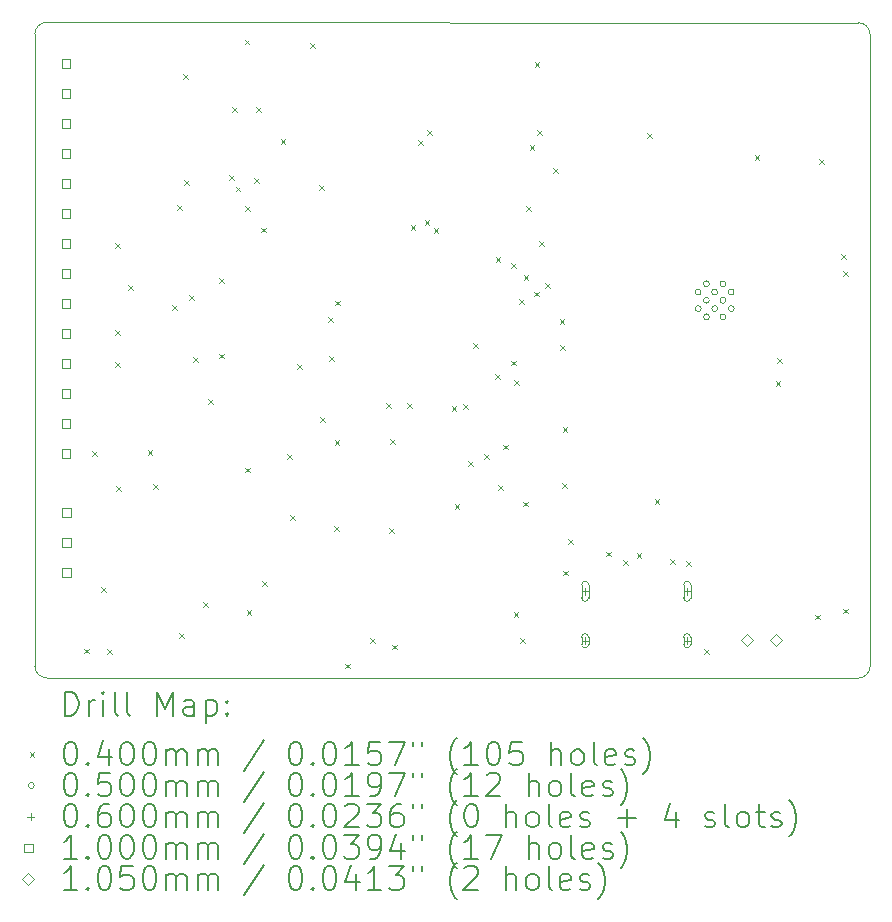
<source format=gbr>
%TF.GenerationSoftware,KiCad,Pcbnew,8.0.7*%
%TF.CreationDate,2024-12-23T22:44:12-05:00*%
%TF.ProjectId,OverSoon,4f766572-536f-46f6-9e2e-6b696361645f,rev?*%
%TF.SameCoordinates,Original*%
%TF.FileFunction,Drillmap*%
%TF.FilePolarity,Positive*%
%FSLAX45Y45*%
G04 Gerber Fmt 4.5, Leading zero omitted, Abs format (unit mm)*
G04 Created by KiCad (PCBNEW 8.0.7) date 2024-12-23 22:44:12*
%MOMM*%
%LPD*%
G01*
G04 APERTURE LIST*
%ADD10C,0.100000*%
%ADD11C,0.200000*%
%ADD12C,0.105000*%
G04 APERTURE END LIST*
D10*
X17005310Y-9770620D02*
X17005310Y-15120620D01*
X24076650Y-15123820D02*
X24076650Y-9773820D01*
X17105310Y-15220620D02*
G75*
G02*
X17005310Y-15120620I0J100000D01*
G01*
X23976650Y-9673820D02*
G75*
G02*
X24076650Y-9773820I0J-100000D01*
G01*
X17105310Y-15220620D02*
X23976650Y-15223820D01*
X17005310Y-9770620D02*
G75*
G02*
X17105310Y-9670620I100000J0D01*
G01*
X24076650Y-15123820D02*
G75*
G02*
X23976650Y-15223820I-100000J0D01*
G01*
X23976650Y-9673820D02*
X17105310Y-9670620D01*
D11*
D10*
X17424720Y-14973620D02*
X17464720Y-15013620D01*
X17464720Y-14973620D02*
X17424720Y-15013620D01*
X17493300Y-13302300D02*
X17533300Y-13342300D01*
X17533300Y-13302300D02*
X17493300Y-13342300D01*
X17564420Y-14450380D02*
X17604420Y-14490380D01*
X17604420Y-14450380D02*
X17564420Y-14490380D01*
X17617760Y-14976160D02*
X17657760Y-15016160D01*
X17657760Y-14976160D02*
X17617760Y-15016160D01*
X17683800Y-12278680D02*
X17723800Y-12318680D01*
X17723800Y-12278680D02*
X17683800Y-12318680D01*
X17683800Y-12547920D02*
X17723800Y-12587920D01*
X17723800Y-12547920D02*
X17683800Y-12587920D01*
X17686340Y-11542080D02*
X17726340Y-11582080D01*
X17726340Y-11542080D02*
X17686340Y-11582080D01*
X17693960Y-13596940D02*
X17733960Y-13636940D01*
X17733960Y-13596940D02*
X17693960Y-13636940D01*
X17798100Y-11897680D02*
X17838100Y-11937680D01*
X17838100Y-11897680D02*
X17798100Y-11937680D01*
X17960660Y-13294680D02*
X18000660Y-13334680D01*
X18000660Y-13294680D02*
X17960660Y-13334680D01*
X18008920Y-13579160D02*
X18048920Y-13619160D01*
X18048920Y-13579160D02*
X18008920Y-13619160D01*
X18166400Y-12067860D02*
X18206400Y-12107860D01*
X18206400Y-12067860D02*
X18166400Y-12107860D01*
X18212120Y-11219500D02*
X18252120Y-11259500D01*
X18252120Y-11219500D02*
X18212120Y-11259500D01*
X18229900Y-14841540D02*
X18269900Y-14881540D01*
X18269900Y-14841540D02*
X18229900Y-14881540D01*
X18260380Y-10112060D02*
X18300380Y-10152060D01*
X18300380Y-10112060D02*
X18260380Y-10152060D01*
X18268000Y-11006140D02*
X18308000Y-11046140D01*
X18308000Y-11006140D02*
X18268000Y-11046140D01*
X18313720Y-11984040D02*
X18353720Y-12024040D01*
X18353720Y-11984040D02*
X18313720Y-12024040D01*
X18344200Y-12504740D02*
X18384200Y-12544740D01*
X18384200Y-12504740D02*
X18344200Y-12544740D01*
X18430560Y-14579920D02*
X18470560Y-14619920D01*
X18470560Y-14579920D02*
X18430560Y-14619920D01*
X18472505Y-12859035D02*
X18512505Y-12899035D01*
X18512505Y-12859035D02*
X18472505Y-12899035D01*
X18565180Y-11834180D02*
X18605180Y-11874180D01*
X18605180Y-11834180D02*
X18565180Y-11874180D01*
X18565180Y-12476800D02*
X18605180Y-12516800D01*
X18605180Y-12476800D02*
X18565180Y-12516800D01*
X18651540Y-10968040D02*
X18691540Y-11008040D01*
X18691540Y-10968040D02*
X18651540Y-11008040D01*
X18674400Y-10391460D02*
X18714400Y-10431460D01*
X18714400Y-10391460D02*
X18674400Y-10431460D01*
X18704880Y-11062020D02*
X18744880Y-11102020D01*
X18744880Y-11062020D02*
X18704880Y-11102020D01*
X18781080Y-9817420D02*
X18821080Y-9857420D01*
X18821080Y-9817420D02*
X18781080Y-9857420D01*
X18786160Y-11225740D02*
X18826160Y-11265740D01*
X18826160Y-11225740D02*
X18786160Y-11265740D01*
X18788700Y-13442000D02*
X18828700Y-13482000D01*
X18828700Y-13442000D02*
X18788700Y-13482000D01*
X18798860Y-14648500D02*
X18838860Y-14688500D01*
X18838860Y-14648500D02*
X18798860Y-14688500D01*
X18861030Y-10988360D02*
X18901030Y-11028360D01*
X18901030Y-10988360D02*
X18861030Y-11028360D01*
X18880140Y-10391460D02*
X18920140Y-10431460D01*
X18920140Y-10391460D02*
X18880140Y-10431460D01*
X18920780Y-11410000D02*
X18960780Y-11450000D01*
X18960780Y-11410000D02*
X18920780Y-11450000D01*
X18930940Y-14402120D02*
X18970940Y-14442120D01*
X18970940Y-14402120D02*
X18930940Y-14442120D01*
X19085880Y-10660700D02*
X19125880Y-10700700D01*
X19125880Y-10660700D02*
X19085880Y-10700700D01*
X19141760Y-13327700D02*
X19181760Y-13367700D01*
X19181760Y-13327700D02*
X19141760Y-13367700D01*
X19169700Y-13843320D02*
X19209700Y-13883320D01*
X19209700Y-13843320D02*
X19169700Y-13883320D01*
X19228120Y-12565700D02*
X19268120Y-12605700D01*
X19268120Y-12565700D02*
X19228120Y-12605700D01*
X19337340Y-9847900D02*
X19377340Y-9887900D01*
X19377340Y-9847900D02*
X19337340Y-9887900D01*
X19413540Y-11049320D02*
X19453540Y-11089320D01*
X19453540Y-11049320D02*
X19413540Y-11089320D01*
X19418620Y-13012740D02*
X19458620Y-13052740D01*
X19458620Y-13012740D02*
X19418620Y-13052740D01*
X19491070Y-12166920D02*
X19531070Y-12206920D01*
X19531070Y-12166920D02*
X19491070Y-12206920D01*
X19497360Y-12497120D02*
X19537360Y-12537120D01*
X19537360Y-12497120D02*
X19497360Y-12537120D01*
X19540540Y-13939840D02*
X19580540Y-13979840D01*
X19580540Y-13939840D02*
X19540540Y-13979840D01*
X19543080Y-13205780D02*
X19583080Y-13245780D01*
X19583080Y-13205780D02*
X19543080Y-13245780D01*
X19545620Y-12027220D02*
X19585620Y-12067220D01*
X19585620Y-12027220D02*
X19545620Y-12067220D01*
X19631980Y-15100620D02*
X19671980Y-15140620D01*
X19671980Y-15100620D02*
X19631980Y-15140620D01*
X19842800Y-14882180D02*
X19882800Y-14922180D01*
X19882800Y-14882180D02*
X19842800Y-14922180D01*
X19977420Y-12893360D02*
X20017420Y-12933360D01*
X20017420Y-12893360D02*
X19977420Y-12933360D01*
X20002820Y-13952540D02*
X20042820Y-13992540D01*
X20042820Y-13952540D02*
X20002820Y-13992540D01*
X20015520Y-13203240D02*
X20055520Y-13243240D01*
X20055520Y-13203240D02*
X20015520Y-13243240D01*
X20030760Y-14940600D02*
X20070760Y-14980600D01*
X20070760Y-14940600D02*
X20030760Y-14980600D01*
X20158970Y-12895900D02*
X20198970Y-12935900D01*
X20198970Y-12895900D02*
X20158970Y-12935900D01*
X20187203Y-11386714D02*
X20227203Y-11426714D01*
X20227203Y-11386714D02*
X20187203Y-11426714D01*
X20252950Y-10670860D02*
X20292950Y-10710860D01*
X20292950Y-10670860D02*
X20252950Y-10710860D01*
X20305080Y-11346500D02*
X20345080Y-11386500D01*
X20345080Y-11346500D02*
X20305080Y-11386500D01*
X20325400Y-10587040D02*
X20365400Y-10627040D01*
X20365400Y-10587040D02*
X20325400Y-10627040D01*
X20381280Y-11412540D02*
X20421280Y-11452540D01*
X20421280Y-11412540D02*
X20381280Y-11452540D01*
X20533680Y-12921300D02*
X20573680Y-12961300D01*
X20573680Y-12921300D02*
X20533680Y-12961300D01*
X20559080Y-13749340D02*
X20599080Y-13789340D01*
X20599080Y-13749340D02*
X20559080Y-13789340D01*
X20632740Y-12906060D02*
X20672740Y-12946060D01*
X20672740Y-12906060D02*
X20632740Y-12946060D01*
X20673380Y-13386120D02*
X20713380Y-13426120D01*
X20713380Y-13386120D02*
X20673380Y-13426120D01*
X20719100Y-12390440D02*
X20759100Y-12430440D01*
X20759100Y-12390440D02*
X20719100Y-12430440D01*
X20810540Y-13325160D02*
X20850540Y-13365160D01*
X20850540Y-13325160D02*
X20810540Y-13365160D01*
X20904520Y-12649520D02*
X20944520Y-12689520D01*
X20944520Y-12649520D02*
X20904520Y-12689520D01*
X20907060Y-11656380D02*
X20947060Y-11696380D01*
X20947060Y-11656380D02*
X20907060Y-11696380D01*
X20929920Y-13591860D02*
X20969920Y-13631860D01*
X20969920Y-13591860D02*
X20929920Y-13631860D01*
X20968020Y-13246420D02*
X21008020Y-13286420D01*
X21008020Y-13246420D02*
X20968020Y-13286420D01*
X21039140Y-11712260D02*
X21079140Y-11752260D01*
X21079140Y-11712260D02*
X21039140Y-11752260D01*
X21039140Y-12535220D02*
X21079140Y-12575220D01*
X21079140Y-12535220D02*
X21039140Y-12575220D01*
X21059460Y-14666280D02*
X21099460Y-14706280D01*
X21099460Y-14666280D02*
X21059460Y-14706280D01*
X21063270Y-12701590D02*
X21103270Y-12741590D01*
X21103270Y-12701590D02*
X21063270Y-12741590D01*
X21102640Y-12017060D02*
X21142640Y-12057060D01*
X21142640Y-12017060D02*
X21102640Y-12057060D01*
X21112800Y-14887260D02*
X21152800Y-14927260D01*
X21152800Y-14887260D02*
X21112800Y-14927260D01*
X21138200Y-13729020D02*
X21178200Y-13769020D01*
X21178200Y-13729020D02*
X21138200Y-13769020D01*
X21143280Y-11811070D02*
X21183280Y-11851070D01*
X21183280Y-11811070D02*
X21143280Y-11851070D01*
X21163580Y-11228180D02*
X21203580Y-11268180D01*
X21203580Y-11228180D02*
X21163580Y-11268180D01*
X21194060Y-10712560D02*
X21234060Y-10752560D01*
X21234060Y-10712560D02*
X21194060Y-10752560D01*
X21234720Y-11951020D02*
X21274720Y-11991020D01*
X21274720Y-11951020D02*
X21234720Y-11991020D01*
X21237260Y-10010460D02*
X21277260Y-10050460D01*
X21277260Y-10010460D02*
X21237260Y-10050460D01*
X21255040Y-10584500D02*
X21295040Y-10624500D01*
X21295040Y-10584500D02*
X21255040Y-10624500D01*
X21272820Y-11521760D02*
X21312820Y-11561760D01*
X21312820Y-11521760D02*
X21272820Y-11561760D01*
X21323620Y-11882440D02*
X21363620Y-11922440D01*
X21363620Y-11882440D02*
X21323620Y-11922440D01*
X21394740Y-10907080D02*
X21434740Y-10947080D01*
X21434740Y-10907080D02*
X21394740Y-10947080D01*
X21448080Y-12184700D02*
X21488080Y-12224700D01*
X21488080Y-12184700D02*
X21448080Y-12224700D01*
X21450620Y-12405680D02*
X21490620Y-12445680D01*
X21490620Y-12405680D02*
X21450620Y-12445680D01*
X21468400Y-13571540D02*
X21508400Y-13611540D01*
X21508400Y-13571540D02*
X21468400Y-13611540D01*
X21473480Y-13099100D02*
X21513480Y-13139100D01*
X21513480Y-13099100D02*
X21473480Y-13139100D01*
X21478560Y-14313220D02*
X21518560Y-14353220D01*
X21518560Y-14313220D02*
X21478560Y-14353220D01*
X21519200Y-14043980D02*
X21559200Y-14083980D01*
X21559200Y-14043980D02*
X21519200Y-14083980D01*
X21841780Y-14153200D02*
X21881780Y-14193200D01*
X21881780Y-14153200D02*
X21841780Y-14193200D01*
X21984020Y-14224320D02*
X22024020Y-14264320D01*
X22024020Y-14224320D02*
X21984020Y-14264320D01*
X22100860Y-14168440D02*
X22140860Y-14208440D01*
X22140860Y-14168440D02*
X22100860Y-14208440D01*
X22192300Y-10612440D02*
X22232300Y-10652440D01*
X22232300Y-10612440D02*
X22192300Y-10652440D01*
X22253260Y-13711240D02*
X22293260Y-13751240D01*
X22293260Y-13711240D02*
X22253260Y-13751240D01*
X22382800Y-14216700D02*
X22422800Y-14256700D01*
X22422800Y-14216700D02*
X22382800Y-14256700D01*
X22519960Y-14234480D02*
X22559960Y-14274480D01*
X22559960Y-14234480D02*
X22519960Y-14274480D01*
X22674900Y-14976160D02*
X22714900Y-15016160D01*
X22714900Y-14976160D02*
X22674900Y-15016160D01*
X23099080Y-10795320D02*
X23139080Y-10835320D01*
X23139080Y-10795320D02*
X23099080Y-10835320D01*
X23276880Y-12710480D02*
X23316880Y-12750480D01*
X23316880Y-12710480D02*
X23276880Y-12750480D01*
X23292120Y-12512360D02*
X23332120Y-12552360D01*
X23332120Y-12512360D02*
X23292120Y-12552360D01*
X23614700Y-14686600D02*
X23654700Y-14726600D01*
X23654700Y-14686600D02*
X23614700Y-14726600D01*
X23647720Y-10830880D02*
X23687720Y-10870880D01*
X23687720Y-10830880D02*
X23647720Y-10870880D01*
X23833140Y-11636060D02*
X23873140Y-11676060D01*
X23873140Y-11636060D02*
X23833140Y-11676060D01*
X23848380Y-11775760D02*
X23888380Y-11815760D01*
X23888380Y-11775760D02*
X23848380Y-11815760D01*
X23850920Y-14635800D02*
X23890920Y-14675800D01*
X23890920Y-14635800D02*
X23850920Y-14675800D01*
X22646080Y-11955060D02*
G75*
G02*
X22596080Y-11955060I-25000J0D01*
G01*
X22596080Y-11955060D02*
G75*
G02*
X22646080Y-11955060I25000J0D01*
G01*
X22646080Y-12095060D02*
G75*
G02*
X22596080Y-12095060I-25000J0D01*
G01*
X22596080Y-12095060D02*
G75*
G02*
X22646080Y-12095060I25000J0D01*
G01*
X22716080Y-11885060D02*
G75*
G02*
X22666080Y-11885060I-25000J0D01*
G01*
X22666080Y-11885060D02*
G75*
G02*
X22716080Y-11885060I25000J0D01*
G01*
X22716080Y-12025060D02*
G75*
G02*
X22666080Y-12025060I-25000J0D01*
G01*
X22666080Y-12025060D02*
G75*
G02*
X22716080Y-12025060I25000J0D01*
G01*
X22716080Y-12165060D02*
G75*
G02*
X22666080Y-12165060I-25000J0D01*
G01*
X22666080Y-12165060D02*
G75*
G02*
X22716080Y-12165060I25000J0D01*
G01*
X22786080Y-11955060D02*
G75*
G02*
X22736080Y-11955060I-25000J0D01*
G01*
X22736080Y-11955060D02*
G75*
G02*
X22786080Y-11955060I25000J0D01*
G01*
X22786080Y-12095060D02*
G75*
G02*
X22736080Y-12095060I-25000J0D01*
G01*
X22736080Y-12095060D02*
G75*
G02*
X22786080Y-12095060I25000J0D01*
G01*
X22856080Y-11885060D02*
G75*
G02*
X22806080Y-11885060I-25000J0D01*
G01*
X22806080Y-11885060D02*
G75*
G02*
X22856080Y-11885060I25000J0D01*
G01*
X22856080Y-12025060D02*
G75*
G02*
X22806080Y-12025060I-25000J0D01*
G01*
X22806080Y-12025060D02*
G75*
G02*
X22856080Y-12025060I25000J0D01*
G01*
X22856080Y-12165060D02*
G75*
G02*
X22806080Y-12165060I-25000J0D01*
G01*
X22806080Y-12165060D02*
G75*
G02*
X22856080Y-12165060I25000J0D01*
G01*
X22926080Y-11955060D02*
G75*
G02*
X22876080Y-11955060I-25000J0D01*
G01*
X22876080Y-11955060D02*
G75*
G02*
X22926080Y-11955060I25000J0D01*
G01*
X22926080Y-12095060D02*
G75*
G02*
X22876080Y-12095060I-25000J0D01*
G01*
X22876080Y-12095060D02*
G75*
G02*
X22926080Y-12095060I25000J0D01*
G01*
X21663660Y-14459260D02*
X21663660Y-14519260D01*
X21633660Y-14489260D02*
X21693660Y-14489260D01*
X21633660Y-14434260D02*
X21633660Y-14544260D01*
X21693660Y-14544260D02*
G75*
G02*
X21633660Y-14544260I-30000J0D01*
G01*
X21693660Y-14544260D02*
X21693660Y-14434260D01*
X21693660Y-14434260D02*
G75*
G03*
X21633660Y-14434260I-30000J0D01*
G01*
X21663660Y-14877260D02*
X21663660Y-14937260D01*
X21633660Y-14907260D02*
X21693660Y-14907260D01*
X21633660Y-14877260D02*
X21633660Y-14937260D01*
X21693660Y-14937260D02*
G75*
G02*
X21633660Y-14937260I-30000J0D01*
G01*
X21693660Y-14937260D02*
X21693660Y-14877260D01*
X21693660Y-14877260D02*
G75*
G03*
X21633660Y-14877260I-30000J0D01*
G01*
X22527660Y-14459260D02*
X22527660Y-14519260D01*
X22497660Y-14489260D02*
X22557660Y-14489260D01*
X22497660Y-14434260D02*
X22497660Y-14544260D01*
X22557660Y-14544260D02*
G75*
G02*
X22497660Y-14544260I-30000J0D01*
G01*
X22557660Y-14544260D02*
X22557660Y-14434260D01*
X22557660Y-14434260D02*
G75*
G03*
X22497660Y-14434260I-30000J0D01*
G01*
X22527660Y-14877260D02*
X22527660Y-14937260D01*
X22497660Y-14907260D02*
X22557660Y-14907260D01*
X22497660Y-14877260D02*
X22497660Y-14937260D01*
X22557660Y-14937260D02*
G75*
G02*
X22497660Y-14937260I-30000J0D01*
G01*
X22557660Y-14937260D02*
X22557660Y-14877260D01*
X22557660Y-14877260D02*
G75*
G03*
X22497660Y-14877260I-30000J0D01*
G01*
X17304816Y-10055656D02*
X17304816Y-9984944D01*
X17234104Y-9984944D01*
X17234104Y-10055656D01*
X17304816Y-10055656D01*
X17304816Y-10309656D02*
X17304816Y-10238944D01*
X17234104Y-10238944D01*
X17234104Y-10309656D01*
X17304816Y-10309656D01*
X17304816Y-10563656D02*
X17304816Y-10492944D01*
X17234104Y-10492944D01*
X17234104Y-10563656D01*
X17304816Y-10563656D01*
X17304816Y-10817656D02*
X17304816Y-10746944D01*
X17234104Y-10746944D01*
X17234104Y-10817656D01*
X17304816Y-10817656D01*
X17304816Y-11071656D02*
X17304816Y-11000944D01*
X17234104Y-11000944D01*
X17234104Y-11071656D01*
X17304816Y-11071656D01*
X17304816Y-11325656D02*
X17304816Y-11254944D01*
X17234104Y-11254944D01*
X17234104Y-11325656D01*
X17304816Y-11325656D01*
X17304816Y-11579656D02*
X17304816Y-11508944D01*
X17234104Y-11508944D01*
X17234104Y-11579656D01*
X17304816Y-11579656D01*
X17304816Y-11833656D02*
X17304816Y-11762944D01*
X17234104Y-11762944D01*
X17234104Y-11833656D01*
X17304816Y-11833656D01*
X17304816Y-12087656D02*
X17304816Y-12016944D01*
X17234104Y-12016944D01*
X17234104Y-12087656D01*
X17304816Y-12087656D01*
X17304816Y-12341656D02*
X17304816Y-12270944D01*
X17234104Y-12270944D01*
X17234104Y-12341656D01*
X17304816Y-12341656D01*
X17304816Y-12595656D02*
X17304816Y-12524944D01*
X17234104Y-12524944D01*
X17234104Y-12595656D01*
X17304816Y-12595656D01*
X17304816Y-12849656D02*
X17304816Y-12778944D01*
X17234104Y-12778944D01*
X17234104Y-12849656D01*
X17304816Y-12849656D01*
X17304816Y-13103656D02*
X17304816Y-13032944D01*
X17234104Y-13032944D01*
X17234104Y-13103656D01*
X17304816Y-13103656D01*
X17304816Y-13357656D02*
X17304816Y-13286944D01*
X17234104Y-13286944D01*
X17234104Y-13357656D01*
X17304816Y-13357656D01*
X17309896Y-13858036D02*
X17309896Y-13787324D01*
X17239184Y-13787324D01*
X17239184Y-13858036D01*
X17309896Y-13858036D01*
X17309896Y-14112036D02*
X17309896Y-14041324D01*
X17239184Y-14041324D01*
X17239184Y-14112036D01*
X17309896Y-14112036D01*
X17309896Y-14366036D02*
X17309896Y-14295324D01*
X17239184Y-14295324D01*
X17239184Y-14366036D01*
X17309896Y-14366036D01*
D12*
X23032720Y-14954680D02*
X23085220Y-14902180D01*
X23032720Y-14849680D01*
X22980220Y-14902180D01*
X23032720Y-14954680D01*
X23282720Y-14954680D02*
X23335220Y-14902180D01*
X23282720Y-14849680D01*
X23230220Y-14902180D01*
X23282720Y-14954680D01*
D11*
X17261087Y-15540304D02*
X17261087Y-15340304D01*
X17261087Y-15340304D02*
X17308706Y-15340304D01*
X17308706Y-15340304D02*
X17337277Y-15349828D01*
X17337277Y-15349828D02*
X17356325Y-15368875D01*
X17356325Y-15368875D02*
X17365849Y-15387923D01*
X17365849Y-15387923D02*
X17375373Y-15426018D01*
X17375373Y-15426018D02*
X17375373Y-15454589D01*
X17375373Y-15454589D02*
X17365849Y-15492685D01*
X17365849Y-15492685D02*
X17356325Y-15511732D01*
X17356325Y-15511732D02*
X17337277Y-15530780D01*
X17337277Y-15530780D02*
X17308706Y-15540304D01*
X17308706Y-15540304D02*
X17261087Y-15540304D01*
X17461087Y-15540304D02*
X17461087Y-15406970D01*
X17461087Y-15445066D02*
X17470611Y-15426018D01*
X17470611Y-15426018D02*
X17480134Y-15416494D01*
X17480134Y-15416494D02*
X17499182Y-15406970D01*
X17499182Y-15406970D02*
X17518230Y-15406970D01*
X17584896Y-15540304D02*
X17584896Y-15406970D01*
X17584896Y-15340304D02*
X17575373Y-15349828D01*
X17575373Y-15349828D02*
X17584896Y-15359351D01*
X17584896Y-15359351D02*
X17594420Y-15349828D01*
X17594420Y-15349828D02*
X17584896Y-15340304D01*
X17584896Y-15340304D02*
X17584896Y-15359351D01*
X17708706Y-15540304D02*
X17689658Y-15530780D01*
X17689658Y-15530780D02*
X17680134Y-15511732D01*
X17680134Y-15511732D02*
X17680134Y-15340304D01*
X17813468Y-15540304D02*
X17794420Y-15530780D01*
X17794420Y-15530780D02*
X17784896Y-15511732D01*
X17784896Y-15511732D02*
X17784896Y-15340304D01*
X18042039Y-15540304D02*
X18042039Y-15340304D01*
X18042039Y-15340304D02*
X18108706Y-15483161D01*
X18108706Y-15483161D02*
X18175373Y-15340304D01*
X18175373Y-15340304D02*
X18175373Y-15540304D01*
X18356325Y-15540304D02*
X18356325Y-15435542D01*
X18356325Y-15435542D02*
X18346801Y-15416494D01*
X18346801Y-15416494D02*
X18327754Y-15406970D01*
X18327754Y-15406970D02*
X18289658Y-15406970D01*
X18289658Y-15406970D02*
X18270611Y-15416494D01*
X18356325Y-15530780D02*
X18337277Y-15540304D01*
X18337277Y-15540304D02*
X18289658Y-15540304D01*
X18289658Y-15540304D02*
X18270611Y-15530780D01*
X18270611Y-15530780D02*
X18261087Y-15511732D01*
X18261087Y-15511732D02*
X18261087Y-15492685D01*
X18261087Y-15492685D02*
X18270611Y-15473637D01*
X18270611Y-15473637D02*
X18289658Y-15464113D01*
X18289658Y-15464113D02*
X18337277Y-15464113D01*
X18337277Y-15464113D02*
X18356325Y-15454589D01*
X18451563Y-15406970D02*
X18451563Y-15606970D01*
X18451563Y-15416494D02*
X18470611Y-15406970D01*
X18470611Y-15406970D02*
X18508706Y-15406970D01*
X18508706Y-15406970D02*
X18527754Y-15416494D01*
X18527754Y-15416494D02*
X18537277Y-15426018D01*
X18537277Y-15426018D02*
X18546801Y-15445066D01*
X18546801Y-15445066D02*
X18546801Y-15502208D01*
X18546801Y-15502208D02*
X18537277Y-15521256D01*
X18537277Y-15521256D02*
X18527754Y-15530780D01*
X18527754Y-15530780D02*
X18508706Y-15540304D01*
X18508706Y-15540304D02*
X18470611Y-15540304D01*
X18470611Y-15540304D02*
X18451563Y-15530780D01*
X18632515Y-15521256D02*
X18642039Y-15530780D01*
X18642039Y-15530780D02*
X18632515Y-15540304D01*
X18632515Y-15540304D02*
X18622992Y-15530780D01*
X18622992Y-15530780D02*
X18632515Y-15521256D01*
X18632515Y-15521256D02*
X18632515Y-15540304D01*
X18632515Y-15416494D02*
X18642039Y-15426018D01*
X18642039Y-15426018D02*
X18632515Y-15435542D01*
X18632515Y-15435542D02*
X18622992Y-15426018D01*
X18622992Y-15426018D02*
X18632515Y-15416494D01*
X18632515Y-15416494D02*
X18632515Y-15435542D01*
D10*
X16960310Y-15848820D02*
X17000310Y-15888820D01*
X17000310Y-15848820D02*
X16960310Y-15888820D01*
D11*
X17299182Y-15760304D02*
X17318230Y-15760304D01*
X17318230Y-15760304D02*
X17337277Y-15769828D01*
X17337277Y-15769828D02*
X17346801Y-15779351D01*
X17346801Y-15779351D02*
X17356325Y-15798399D01*
X17356325Y-15798399D02*
X17365849Y-15836494D01*
X17365849Y-15836494D02*
X17365849Y-15884113D01*
X17365849Y-15884113D02*
X17356325Y-15922208D01*
X17356325Y-15922208D02*
X17346801Y-15941256D01*
X17346801Y-15941256D02*
X17337277Y-15950780D01*
X17337277Y-15950780D02*
X17318230Y-15960304D01*
X17318230Y-15960304D02*
X17299182Y-15960304D01*
X17299182Y-15960304D02*
X17280134Y-15950780D01*
X17280134Y-15950780D02*
X17270611Y-15941256D01*
X17270611Y-15941256D02*
X17261087Y-15922208D01*
X17261087Y-15922208D02*
X17251563Y-15884113D01*
X17251563Y-15884113D02*
X17251563Y-15836494D01*
X17251563Y-15836494D02*
X17261087Y-15798399D01*
X17261087Y-15798399D02*
X17270611Y-15779351D01*
X17270611Y-15779351D02*
X17280134Y-15769828D01*
X17280134Y-15769828D02*
X17299182Y-15760304D01*
X17451563Y-15941256D02*
X17461087Y-15950780D01*
X17461087Y-15950780D02*
X17451563Y-15960304D01*
X17451563Y-15960304D02*
X17442039Y-15950780D01*
X17442039Y-15950780D02*
X17451563Y-15941256D01*
X17451563Y-15941256D02*
X17451563Y-15960304D01*
X17632515Y-15826970D02*
X17632515Y-15960304D01*
X17584896Y-15750780D02*
X17537277Y-15893637D01*
X17537277Y-15893637D02*
X17661087Y-15893637D01*
X17775373Y-15760304D02*
X17794420Y-15760304D01*
X17794420Y-15760304D02*
X17813468Y-15769828D01*
X17813468Y-15769828D02*
X17822992Y-15779351D01*
X17822992Y-15779351D02*
X17832515Y-15798399D01*
X17832515Y-15798399D02*
X17842039Y-15836494D01*
X17842039Y-15836494D02*
X17842039Y-15884113D01*
X17842039Y-15884113D02*
X17832515Y-15922208D01*
X17832515Y-15922208D02*
X17822992Y-15941256D01*
X17822992Y-15941256D02*
X17813468Y-15950780D01*
X17813468Y-15950780D02*
X17794420Y-15960304D01*
X17794420Y-15960304D02*
X17775373Y-15960304D01*
X17775373Y-15960304D02*
X17756325Y-15950780D01*
X17756325Y-15950780D02*
X17746801Y-15941256D01*
X17746801Y-15941256D02*
X17737277Y-15922208D01*
X17737277Y-15922208D02*
X17727754Y-15884113D01*
X17727754Y-15884113D02*
X17727754Y-15836494D01*
X17727754Y-15836494D02*
X17737277Y-15798399D01*
X17737277Y-15798399D02*
X17746801Y-15779351D01*
X17746801Y-15779351D02*
X17756325Y-15769828D01*
X17756325Y-15769828D02*
X17775373Y-15760304D01*
X17965849Y-15760304D02*
X17984896Y-15760304D01*
X17984896Y-15760304D02*
X18003944Y-15769828D01*
X18003944Y-15769828D02*
X18013468Y-15779351D01*
X18013468Y-15779351D02*
X18022992Y-15798399D01*
X18022992Y-15798399D02*
X18032515Y-15836494D01*
X18032515Y-15836494D02*
X18032515Y-15884113D01*
X18032515Y-15884113D02*
X18022992Y-15922208D01*
X18022992Y-15922208D02*
X18013468Y-15941256D01*
X18013468Y-15941256D02*
X18003944Y-15950780D01*
X18003944Y-15950780D02*
X17984896Y-15960304D01*
X17984896Y-15960304D02*
X17965849Y-15960304D01*
X17965849Y-15960304D02*
X17946801Y-15950780D01*
X17946801Y-15950780D02*
X17937277Y-15941256D01*
X17937277Y-15941256D02*
X17927754Y-15922208D01*
X17927754Y-15922208D02*
X17918230Y-15884113D01*
X17918230Y-15884113D02*
X17918230Y-15836494D01*
X17918230Y-15836494D02*
X17927754Y-15798399D01*
X17927754Y-15798399D02*
X17937277Y-15779351D01*
X17937277Y-15779351D02*
X17946801Y-15769828D01*
X17946801Y-15769828D02*
X17965849Y-15760304D01*
X18118230Y-15960304D02*
X18118230Y-15826970D01*
X18118230Y-15846018D02*
X18127754Y-15836494D01*
X18127754Y-15836494D02*
X18146801Y-15826970D01*
X18146801Y-15826970D02*
X18175373Y-15826970D01*
X18175373Y-15826970D02*
X18194420Y-15836494D01*
X18194420Y-15836494D02*
X18203944Y-15855542D01*
X18203944Y-15855542D02*
X18203944Y-15960304D01*
X18203944Y-15855542D02*
X18213468Y-15836494D01*
X18213468Y-15836494D02*
X18232515Y-15826970D01*
X18232515Y-15826970D02*
X18261087Y-15826970D01*
X18261087Y-15826970D02*
X18280135Y-15836494D01*
X18280135Y-15836494D02*
X18289658Y-15855542D01*
X18289658Y-15855542D02*
X18289658Y-15960304D01*
X18384896Y-15960304D02*
X18384896Y-15826970D01*
X18384896Y-15846018D02*
X18394420Y-15836494D01*
X18394420Y-15836494D02*
X18413468Y-15826970D01*
X18413468Y-15826970D02*
X18442039Y-15826970D01*
X18442039Y-15826970D02*
X18461087Y-15836494D01*
X18461087Y-15836494D02*
X18470611Y-15855542D01*
X18470611Y-15855542D02*
X18470611Y-15960304D01*
X18470611Y-15855542D02*
X18480135Y-15836494D01*
X18480135Y-15836494D02*
X18499182Y-15826970D01*
X18499182Y-15826970D02*
X18527754Y-15826970D01*
X18527754Y-15826970D02*
X18546801Y-15836494D01*
X18546801Y-15836494D02*
X18556325Y-15855542D01*
X18556325Y-15855542D02*
X18556325Y-15960304D01*
X18946801Y-15750780D02*
X18775373Y-16007923D01*
X19203944Y-15760304D02*
X19222992Y-15760304D01*
X19222992Y-15760304D02*
X19242039Y-15769828D01*
X19242039Y-15769828D02*
X19251563Y-15779351D01*
X19251563Y-15779351D02*
X19261087Y-15798399D01*
X19261087Y-15798399D02*
X19270611Y-15836494D01*
X19270611Y-15836494D02*
X19270611Y-15884113D01*
X19270611Y-15884113D02*
X19261087Y-15922208D01*
X19261087Y-15922208D02*
X19251563Y-15941256D01*
X19251563Y-15941256D02*
X19242039Y-15950780D01*
X19242039Y-15950780D02*
X19222992Y-15960304D01*
X19222992Y-15960304D02*
X19203944Y-15960304D01*
X19203944Y-15960304D02*
X19184897Y-15950780D01*
X19184897Y-15950780D02*
X19175373Y-15941256D01*
X19175373Y-15941256D02*
X19165849Y-15922208D01*
X19165849Y-15922208D02*
X19156325Y-15884113D01*
X19156325Y-15884113D02*
X19156325Y-15836494D01*
X19156325Y-15836494D02*
X19165849Y-15798399D01*
X19165849Y-15798399D02*
X19175373Y-15779351D01*
X19175373Y-15779351D02*
X19184897Y-15769828D01*
X19184897Y-15769828D02*
X19203944Y-15760304D01*
X19356325Y-15941256D02*
X19365849Y-15950780D01*
X19365849Y-15950780D02*
X19356325Y-15960304D01*
X19356325Y-15960304D02*
X19346801Y-15950780D01*
X19346801Y-15950780D02*
X19356325Y-15941256D01*
X19356325Y-15941256D02*
X19356325Y-15960304D01*
X19489658Y-15760304D02*
X19508706Y-15760304D01*
X19508706Y-15760304D02*
X19527754Y-15769828D01*
X19527754Y-15769828D02*
X19537278Y-15779351D01*
X19537278Y-15779351D02*
X19546801Y-15798399D01*
X19546801Y-15798399D02*
X19556325Y-15836494D01*
X19556325Y-15836494D02*
X19556325Y-15884113D01*
X19556325Y-15884113D02*
X19546801Y-15922208D01*
X19546801Y-15922208D02*
X19537278Y-15941256D01*
X19537278Y-15941256D02*
X19527754Y-15950780D01*
X19527754Y-15950780D02*
X19508706Y-15960304D01*
X19508706Y-15960304D02*
X19489658Y-15960304D01*
X19489658Y-15960304D02*
X19470611Y-15950780D01*
X19470611Y-15950780D02*
X19461087Y-15941256D01*
X19461087Y-15941256D02*
X19451563Y-15922208D01*
X19451563Y-15922208D02*
X19442039Y-15884113D01*
X19442039Y-15884113D02*
X19442039Y-15836494D01*
X19442039Y-15836494D02*
X19451563Y-15798399D01*
X19451563Y-15798399D02*
X19461087Y-15779351D01*
X19461087Y-15779351D02*
X19470611Y-15769828D01*
X19470611Y-15769828D02*
X19489658Y-15760304D01*
X19746801Y-15960304D02*
X19632516Y-15960304D01*
X19689658Y-15960304D02*
X19689658Y-15760304D01*
X19689658Y-15760304D02*
X19670611Y-15788875D01*
X19670611Y-15788875D02*
X19651563Y-15807923D01*
X19651563Y-15807923D02*
X19632516Y-15817447D01*
X19927754Y-15760304D02*
X19832516Y-15760304D01*
X19832516Y-15760304D02*
X19822992Y-15855542D01*
X19822992Y-15855542D02*
X19832516Y-15846018D01*
X19832516Y-15846018D02*
X19851563Y-15836494D01*
X19851563Y-15836494D02*
X19899182Y-15836494D01*
X19899182Y-15836494D02*
X19918230Y-15846018D01*
X19918230Y-15846018D02*
X19927754Y-15855542D01*
X19927754Y-15855542D02*
X19937278Y-15874589D01*
X19937278Y-15874589D02*
X19937278Y-15922208D01*
X19937278Y-15922208D02*
X19927754Y-15941256D01*
X19927754Y-15941256D02*
X19918230Y-15950780D01*
X19918230Y-15950780D02*
X19899182Y-15960304D01*
X19899182Y-15960304D02*
X19851563Y-15960304D01*
X19851563Y-15960304D02*
X19832516Y-15950780D01*
X19832516Y-15950780D02*
X19822992Y-15941256D01*
X20003944Y-15760304D02*
X20137278Y-15760304D01*
X20137278Y-15760304D02*
X20051563Y-15960304D01*
X20203944Y-15760304D02*
X20203944Y-15798399D01*
X20280135Y-15760304D02*
X20280135Y-15798399D01*
X20575373Y-16036494D02*
X20565849Y-16026970D01*
X20565849Y-16026970D02*
X20546801Y-15998399D01*
X20546801Y-15998399D02*
X20537278Y-15979351D01*
X20537278Y-15979351D02*
X20527754Y-15950780D01*
X20527754Y-15950780D02*
X20518230Y-15903161D01*
X20518230Y-15903161D02*
X20518230Y-15865066D01*
X20518230Y-15865066D02*
X20527754Y-15817447D01*
X20527754Y-15817447D02*
X20537278Y-15788875D01*
X20537278Y-15788875D02*
X20546801Y-15769828D01*
X20546801Y-15769828D02*
X20565849Y-15741256D01*
X20565849Y-15741256D02*
X20575373Y-15731732D01*
X20756325Y-15960304D02*
X20642040Y-15960304D01*
X20699182Y-15960304D02*
X20699182Y-15760304D01*
X20699182Y-15760304D02*
X20680135Y-15788875D01*
X20680135Y-15788875D02*
X20661087Y-15807923D01*
X20661087Y-15807923D02*
X20642040Y-15817447D01*
X20880135Y-15760304D02*
X20899182Y-15760304D01*
X20899182Y-15760304D02*
X20918230Y-15769828D01*
X20918230Y-15769828D02*
X20927754Y-15779351D01*
X20927754Y-15779351D02*
X20937278Y-15798399D01*
X20937278Y-15798399D02*
X20946801Y-15836494D01*
X20946801Y-15836494D02*
X20946801Y-15884113D01*
X20946801Y-15884113D02*
X20937278Y-15922208D01*
X20937278Y-15922208D02*
X20927754Y-15941256D01*
X20927754Y-15941256D02*
X20918230Y-15950780D01*
X20918230Y-15950780D02*
X20899182Y-15960304D01*
X20899182Y-15960304D02*
X20880135Y-15960304D01*
X20880135Y-15960304D02*
X20861087Y-15950780D01*
X20861087Y-15950780D02*
X20851563Y-15941256D01*
X20851563Y-15941256D02*
X20842040Y-15922208D01*
X20842040Y-15922208D02*
X20832516Y-15884113D01*
X20832516Y-15884113D02*
X20832516Y-15836494D01*
X20832516Y-15836494D02*
X20842040Y-15798399D01*
X20842040Y-15798399D02*
X20851563Y-15779351D01*
X20851563Y-15779351D02*
X20861087Y-15769828D01*
X20861087Y-15769828D02*
X20880135Y-15760304D01*
X21127754Y-15760304D02*
X21032516Y-15760304D01*
X21032516Y-15760304D02*
X21022992Y-15855542D01*
X21022992Y-15855542D02*
X21032516Y-15846018D01*
X21032516Y-15846018D02*
X21051563Y-15836494D01*
X21051563Y-15836494D02*
X21099182Y-15836494D01*
X21099182Y-15836494D02*
X21118230Y-15846018D01*
X21118230Y-15846018D02*
X21127754Y-15855542D01*
X21127754Y-15855542D02*
X21137278Y-15874589D01*
X21137278Y-15874589D02*
X21137278Y-15922208D01*
X21137278Y-15922208D02*
X21127754Y-15941256D01*
X21127754Y-15941256D02*
X21118230Y-15950780D01*
X21118230Y-15950780D02*
X21099182Y-15960304D01*
X21099182Y-15960304D02*
X21051563Y-15960304D01*
X21051563Y-15960304D02*
X21032516Y-15950780D01*
X21032516Y-15950780D02*
X21022992Y-15941256D01*
X21375373Y-15960304D02*
X21375373Y-15760304D01*
X21461087Y-15960304D02*
X21461087Y-15855542D01*
X21461087Y-15855542D02*
X21451563Y-15836494D01*
X21451563Y-15836494D02*
X21432516Y-15826970D01*
X21432516Y-15826970D02*
X21403944Y-15826970D01*
X21403944Y-15826970D02*
X21384897Y-15836494D01*
X21384897Y-15836494D02*
X21375373Y-15846018D01*
X21584897Y-15960304D02*
X21565849Y-15950780D01*
X21565849Y-15950780D02*
X21556325Y-15941256D01*
X21556325Y-15941256D02*
X21546802Y-15922208D01*
X21546802Y-15922208D02*
X21546802Y-15865066D01*
X21546802Y-15865066D02*
X21556325Y-15846018D01*
X21556325Y-15846018D02*
X21565849Y-15836494D01*
X21565849Y-15836494D02*
X21584897Y-15826970D01*
X21584897Y-15826970D02*
X21613468Y-15826970D01*
X21613468Y-15826970D02*
X21632516Y-15836494D01*
X21632516Y-15836494D02*
X21642040Y-15846018D01*
X21642040Y-15846018D02*
X21651563Y-15865066D01*
X21651563Y-15865066D02*
X21651563Y-15922208D01*
X21651563Y-15922208D02*
X21642040Y-15941256D01*
X21642040Y-15941256D02*
X21632516Y-15950780D01*
X21632516Y-15950780D02*
X21613468Y-15960304D01*
X21613468Y-15960304D02*
X21584897Y-15960304D01*
X21765849Y-15960304D02*
X21746802Y-15950780D01*
X21746802Y-15950780D02*
X21737278Y-15931732D01*
X21737278Y-15931732D02*
X21737278Y-15760304D01*
X21918230Y-15950780D02*
X21899183Y-15960304D01*
X21899183Y-15960304D02*
X21861087Y-15960304D01*
X21861087Y-15960304D02*
X21842040Y-15950780D01*
X21842040Y-15950780D02*
X21832516Y-15931732D01*
X21832516Y-15931732D02*
X21832516Y-15855542D01*
X21832516Y-15855542D02*
X21842040Y-15836494D01*
X21842040Y-15836494D02*
X21861087Y-15826970D01*
X21861087Y-15826970D02*
X21899183Y-15826970D01*
X21899183Y-15826970D02*
X21918230Y-15836494D01*
X21918230Y-15836494D02*
X21927754Y-15855542D01*
X21927754Y-15855542D02*
X21927754Y-15874589D01*
X21927754Y-15874589D02*
X21832516Y-15893637D01*
X22003944Y-15950780D02*
X22022992Y-15960304D01*
X22022992Y-15960304D02*
X22061087Y-15960304D01*
X22061087Y-15960304D02*
X22080135Y-15950780D01*
X22080135Y-15950780D02*
X22089659Y-15931732D01*
X22089659Y-15931732D02*
X22089659Y-15922208D01*
X22089659Y-15922208D02*
X22080135Y-15903161D01*
X22080135Y-15903161D02*
X22061087Y-15893637D01*
X22061087Y-15893637D02*
X22032516Y-15893637D01*
X22032516Y-15893637D02*
X22013468Y-15884113D01*
X22013468Y-15884113D02*
X22003944Y-15865066D01*
X22003944Y-15865066D02*
X22003944Y-15855542D01*
X22003944Y-15855542D02*
X22013468Y-15836494D01*
X22013468Y-15836494D02*
X22032516Y-15826970D01*
X22032516Y-15826970D02*
X22061087Y-15826970D01*
X22061087Y-15826970D02*
X22080135Y-15836494D01*
X22156325Y-16036494D02*
X22165849Y-16026970D01*
X22165849Y-16026970D02*
X22184897Y-15998399D01*
X22184897Y-15998399D02*
X22194421Y-15979351D01*
X22194421Y-15979351D02*
X22203944Y-15950780D01*
X22203944Y-15950780D02*
X22213468Y-15903161D01*
X22213468Y-15903161D02*
X22213468Y-15865066D01*
X22213468Y-15865066D02*
X22203944Y-15817447D01*
X22203944Y-15817447D02*
X22194421Y-15788875D01*
X22194421Y-15788875D02*
X22184897Y-15769828D01*
X22184897Y-15769828D02*
X22165849Y-15741256D01*
X22165849Y-15741256D02*
X22156325Y-15731732D01*
D10*
X17000310Y-16132820D02*
G75*
G02*
X16950310Y-16132820I-25000J0D01*
G01*
X16950310Y-16132820D02*
G75*
G02*
X17000310Y-16132820I25000J0D01*
G01*
D11*
X17299182Y-16024304D02*
X17318230Y-16024304D01*
X17318230Y-16024304D02*
X17337277Y-16033828D01*
X17337277Y-16033828D02*
X17346801Y-16043351D01*
X17346801Y-16043351D02*
X17356325Y-16062399D01*
X17356325Y-16062399D02*
X17365849Y-16100494D01*
X17365849Y-16100494D02*
X17365849Y-16148113D01*
X17365849Y-16148113D02*
X17356325Y-16186208D01*
X17356325Y-16186208D02*
X17346801Y-16205256D01*
X17346801Y-16205256D02*
X17337277Y-16214780D01*
X17337277Y-16214780D02*
X17318230Y-16224304D01*
X17318230Y-16224304D02*
X17299182Y-16224304D01*
X17299182Y-16224304D02*
X17280134Y-16214780D01*
X17280134Y-16214780D02*
X17270611Y-16205256D01*
X17270611Y-16205256D02*
X17261087Y-16186208D01*
X17261087Y-16186208D02*
X17251563Y-16148113D01*
X17251563Y-16148113D02*
X17251563Y-16100494D01*
X17251563Y-16100494D02*
X17261087Y-16062399D01*
X17261087Y-16062399D02*
X17270611Y-16043351D01*
X17270611Y-16043351D02*
X17280134Y-16033828D01*
X17280134Y-16033828D02*
X17299182Y-16024304D01*
X17451563Y-16205256D02*
X17461087Y-16214780D01*
X17461087Y-16214780D02*
X17451563Y-16224304D01*
X17451563Y-16224304D02*
X17442039Y-16214780D01*
X17442039Y-16214780D02*
X17451563Y-16205256D01*
X17451563Y-16205256D02*
X17451563Y-16224304D01*
X17642039Y-16024304D02*
X17546801Y-16024304D01*
X17546801Y-16024304D02*
X17537277Y-16119542D01*
X17537277Y-16119542D02*
X17546801Y-16110018D01*
X17546801Y-16110018D02*
X17565849Y-16100494D01*
X17565849Y-16100494D02*
X17613468Y-16100494D01*
X17613468Y-16100494D02*
X17632515Y-16110018D01*
X17632515Y-16110018D02*
X17642039Y-16119542D01*
X17642039Y-16119542D02*
X17651563Y-16138589D01*
X17651563Y-16138589D02*
X17651563Y-16186208D01*
X17651563Y-16186208D02*
X17642039Y-16205256D01*
X17642039Y-16205256D02*
X17632515Y-16214780D01*
X17632515Y-16214780D02*
X17613468Y-16224304D01*
X17613468Y-16224304D02*
X17565849Y-16224304D01*
X17565849Y-16224304D02*
X17546801Y-16214780D01*
X17546801Y-16214780D02*
X17537277Y-16205256D01*
X17775373Y-16024304D02*
X17794420Y-16024304D01*
X17794420Y-16024304D02*
X17813468Y-16033828D01*
X17813468Y-16033828D02*
X17822992Y-16043351D01*
X17822992Y-16043351D02*
X17832515Y-16062399D01*
X17832515Y-16062399D02*
X17842039Y-16100494D01*
X17842039Y-16100494D02*
X17842039Y-16148113D01*
X17842039Y-16148113D02*
X17832515Y-16186208D01*
X17832515Y-16186208D02*
X17822992Y-16205256D01*
X17822992Y-16205256D02*
X17813468Y-16214780D01*
X17813468Y-16214780D02*
X17794420Y-16224304D01*
X17794420Y-16224304D02*
X17775373Y-16224304D01*
X17775373Y-16224304D02*
X17756325Y-16214780D01*
X17756325Y-16214780D02*
X17746801Y-16205256D01*
X17746801Y-16205256D02*
X17737277Y-16186208D01*
X17737277Y-16186208D02*
X17727754Y-16148113D01*
X17727754Y-16148113D02*
X17727754Y-16100494D01*
X17727754Y-16100494D02*
X17737277Y-16062399D01*
X17737277Y-16062399D02*
X17746801Y-16043351D01*
X17746801Y-16043351D02*
X17756325Y-16033828D01*
X17756325Y-16033828D02*
X17775373Y-16024304D01*
X17965849Y-16024304D02*
X17984896Y-16024304D01*
X17984896Y-16024304D02*
X18003944Y-16033828D01*
X18003944Y-16033828D02*
X18013468Y-16043351D01*
X18013468Y-16043351D02*
X18022992Y-16062399D01*
X18022992Y-16062399D02*
X18032515Y-16100494D01*
X18032515Y-16100494D02*
X18032515Y-16148113D01*
X18032515Y-16148113D02*
X18022992Y-16186208D01*
X18022992Y-16186208D02*
X18013468Y-16205256D01*
X18013468Y-16205256D02*
X18003944Y-16214780D01*
X18003944Y-16214780D02*
X17984896Y-16224304D01*
X17984896Y-16224304D02*
X17965849Y-16224304D01*
X17965849Y-16224304D02*
X17946801Y-16214780D01*
X17946801Y-16214780D02*
X17937277Y-16205256D01*
X17937277Y-16205256D02*
X17927754Y-16186208D01*
X17927754Y-16186208D02*
X17918230Y-16148113D01*
X17918230Y-16148113D02*
X17918230Y-16100494D01*
X17918230Y-16100494D02*
X17927754Y-16062399D01*
X17927754Y-16062399D02*
X17937277Y-16043351D01*
X17937277Y-16043351D02*
X17946801Y-16033828D01*
X17946801Y-16033828D02*
X17965849Y-16024304D01*
X18118230Y-16224304D02*
X18118230Y-16090970D01*
X18118230Y-16110018D02*
X18127754Y-16100494D01*
X18127754Y-16100494D02*
X18146801Y-16090970D01*
X18146801Y-16090970D02*
X18175373Y-16090970D01*
X18175373Y-16090970D02*
X18194420Y-16100494D01*
X18194420Y-16100494D02*
X18203944Y-16119542D01*
X18203944Y-16119542D02*
X18203944Y-16224304D01*
X18203944Y-16119542D02*
X18213468Y-16100494D01*
X18213468Y-16100494D02*
X18232515Y-16090970D01*
X18232515Y-16090970D02*
X18261087Y-16090970D01*
X18261087Y-16090970D02*
X18280135Y-16100494D01*
X18280135Y-16100494D02*
X18289658Y-16119542D01*
X18289658Y-16119542D02*
X18289658Y-16224304D01*
X18384896Y-16224304D02*
X18384896Y-16090970D01*
X18384896Y-16110018D02*
X18394420Y-16100494D01*
X18394420Y-16100494D02*
X18413468Y-16090970D01*
X18413468Y-16090970D02*
X18442039Y-16090970D01*
X18442039Y-16090970D02*
X18461087Y-16100494D01*
X18461087Y-16100494D02*
X18470611Y-16119542D01*
X18470611Y-16119542D02*
X18470611Y-16224304D01*
X18470611Y-16119542D02*
X18480135Y-16100494D01*
X18480135Y-16100494D02*
X18499182Y-16090970D01*
X18499182Y-16090970D02*
X18527754Y-16090970D01*
X18527754Y-16090970D02*
X18546801Y-16100494D01*
X18546801Y-16100494D02*
X18556325Y-16119542D01*
X18556325Y-16119542D02*
X18556325Y-16224304D01*
X18946801Y-16014780D02*
X18775373Y-16271923D01*
X19203944Y-16024304D02*
X19222992Y-16024304D01*
X19222992Y-16024304D02*
X19242039Y-16033828D01*
X19242039Y-16033828D02*
X19251563Y-16043351D01*
X19251563Y-16043351D02*
X19261087Y-16062399D01*
X19261087Y-16062399D02*
X19270611Y-16100494D01*
X19270611Y-16100494D02*
X19270611Y-16148113D01*
X19270611Y-16148113D02*
X19261087Y-16186208D01*
X19261087Y-16186208D02*
X19251563Y-16205256D01*
X19251563Y-16205256D02*
X19242039Y-16214780D01*
X19242039Y-16214780D02*
X19222992Y-16224304D01*
X19222992Y-16224304D02*
X19203944Y-16224304D01*
X19203944Y-16224304D02*
X19184897Y-16214780D01*
X19184897Y-16214780D02*
X19175373Y-16205256D01*
X19175373Y-16205256D02*
X19165849Y-16186208D01*
X19165849Y-16186208D02*
X19156325Y-16148113D01*
X19156325Y-16148113D02*
X19156325Y-16100494D01*
X19156325Y-16100494D02*
X19165849Y-16062399D01*
X19165849Y-16062399D02*
X19175373Y-16043351D01*
X19175373Y-16043351D02*
X19184897Y-16033828D01*
X19184897Y-16033828D02*
X19203944Y-16024304D01*
X19356325Y-16205256D02*
X19365849Y-16214780D01*
X19365849Y-16214780D02*
X19356325Y-16224304D01*
X19356325Y-16224304D02*
X19346801Y-16214780D01*
X19346801Y-16214780D02*
X19356325Y-16205256D01*
X19356325Y-16205256D02*
X19356325Y-16224304D01*
X19489658Y-16024304D02*
X19508706Y-16024304D01*
X19508706Y-16024304D02*
X19527754Y-16033828D01*
X19527754Y-16033828D02*
X19537278Y-16043351D01*
X19537278Y-16043351D02*
X19546801Y-16062399D01*
X19546801Y-16062399D02*
X19556325Y-16100494D01*
X19556325Y-16100494D02*
X19556325Y-16148113D01*
X19556325Y-16148113D02*
X19546801Y-16186208D01*
X19546801Y-16186208D02*
X19537278Y-16205256D01*
X19537278Y-16205256D02*
X19527754Y-16214780D01*
X19527754Y-16214780D02*
X19508706Y-16224304D01*
X19508706Y-16224304D02*
X19489658Y-16224304D01*
X19489658Y-16224304D02*
X19470611Y-16214780D01*
X19470611Y-16214780D02*
X19461087Y-16205256D01*
X19461087Y-16205256D02*
X19451563Y-16186208D01*
X19451563Y-16186208D02*
X19442039Y-16148113D01*
X19442039Y-16148113D02*
X19442039Y-16100494D01*
X19442039Y-16100494D02*
X19451563Y-16062399D01*
X19451563Y-16062399D02*
X19461087Y-16043351D01*
X19461087Y-16043351D02*
X19470611Y-16033828D01*
X19470611Y-16033828D02*
X19489658Y-16024304D01*
X19746801Y-16224304D02*
X19632516Y-16224304D01*
X19689658Y-16224304D02*
X19689658Y-16024304D01*
X19689658Y-16024304D02*
X19670611Y-16052875D01*
X19670611Y-16052875D02*
X19651563Y-16071923D01*
X19651563Y-16071923D02*
X19632516Y-16081447D01*
X19842039Y-16224304D02*
X19880135Y-16224304D01*
X19880135Y-16224304D02*
X19899182Y-16214780D01*
X19899182Y-16214780D02*
X19908706Y-16205256D01*
X19908706Y-16205256D02*
X19927754Y-16176685D01*
X19927754Y-16176685D02*
X19937278Y-16138589D01*
X19937278Y-16138589D02*
X19937278Y-16062399D01*
X19937278Y-16062399D02*
X19927754Y-16043351D01*
X19927754Y-16043351D02*
X19918230Y-16033828D01*
X19918230Y-16033828D02*
X19899182Y-16024304D01*
X19899182Y-16024304D02*
X19861087Y-16024304D01*
X19861087Y-16024304D02*
X19842039Y-16033828D01*
X19842039Y-16033828D02*
X19832516Y-16043351D01*
X19832516Y-16043351D02*
X19822992Y-16062399D01*
X19822992Y-16062399D02*
X19822992Y-16110018D01*
X19822992Y-16110018D02*
X19832516Y-16129066D01*
X19832516Y-16129066D02*
X19842039Y-16138589D01*
X19842039Y-16138589D02*
X19861087Y-16148113D01*
X19861087Y-16148113D02*
X19899182Y-16148113D01*
X19899182Y-16148113D02*
X19918230Y-16138589D01*
X19918230Y-16138589D02*
X19927754Y-16129066D01*
X19927754Y-16129066D02*
X19937278Y-16110018D01*
X20003944Y-16024304D02*
X20137278Y-16024304D01*
X20137278Y-16024304D02*
X20051563Y-16224304D01*
X20203944Y-16024304D02*
X20203944Y-16062399D01*
X20280135Y-16024304D02*
X20280135Y-16062399D01*
X20575373Y-16300494D02*
X20565849Y-16290970D01*
X20565849Y-16290970D02*
X20546801Y-16262399D01*
X20546801Y-16262399D02*
X20537278Y-16243351D01*
X20537278Y-16243351D02*
X20527754Y-16214780D01*
X20527754Y-16214780D02*
X20518230Y-16167161D01*
X20518230Y-16167161D02*
X20518230Y-16129066D01*
X20518230Y-16129066D02*
X20527754Y-16081447D01*
X20527754Y-16081447D02*
X20537278Y-16052875D01*
X20537278Y-16052875D02*
X20546801Y-16033828D01*
X20546801Y-16033828D02*
X20565849Y-16005256D01*
X20565849Y-16005256D02*
X20575373Y-15995732D01*
X20756325Y-16224304D02*
X20642040Y-16224304D01*
X20699182Y-16224304D02*
X20699182Y-16024304D01*
X20699182Y-16024304D02*
X20680135Y-16052875D01*
X20680135Y-16052875D02*
X20661087Y-16071923D01*
X20661087Y-16071923D02*
X20642040Y-16081447D01*
X20832516Y-16043351D02*
X20842040Y-16033828D01*
X20842040Y-16033828D02*
X20861087Y-16024304D01*
X20861087Y-16024304D02*
X20908706Y-16024304D01*
X20908706Y-16024304D02*
X20927754Y-16033828D01*
X20927754Y-16033828D02*
X20937278Y-16043351D01*
X20937278Y-16043351D02*
X20946801Y-16062399D01*
X20946801Y-16062399D02*
X20946801Y-16081447D01*
X20946801Y-16081447D02*
X20937278Y-16110018D01*
X20937278Y-16110018D02*
X20822992Y-16224304D01*
X20822992Y-16224304D02*
X20946801Y-16224304D01*
X21184897Y-16224304D02*
X21184897Y-16024304D01*
X21270611Y-16224304D02*
X21270611Y-16119542D01*
X21270611Y-16119542D02*
X21261087Y-16100494D01*
X21261087Y-16100494D02*
X21242040Y-16090970D01*
X21242040Y-16090970D02*
X21213468Y-16090970D01*
X21213468Y-16090970D02*
X21194421Y-16100494D01*
X21194421Y-16100494D02*
X21184897Y-16110018D01*
X21394421Y-16224304D02*
X21375373Y-16214780D01*
X21375373Y-16214780D02*
X21365849Y-16205256D01*
X21365849Y-16205256D02*
X21356325Y-16186208D01*
X21356325Y-16186208D02*
X21356325Y-16129066D01*
X21356325Y-16129066D02*
X21365849Y-16110018D01*
X21365849Y-16110018D02*
X21375373Y-16100494D01*
X21375373Y-16100494D02*
X21394421Y-16090970D01*
X21394421Y-16090970D02*
X21422992Y-16090970D01*
X21422992Y-16090970D02*
X21442040Y-16100494D01*
X21442040Y-16100494D02*
X21451563Y-16110018D01*
X21451563Y-16110018D02*
X21461087Y-16129066D01*
X21461087Y-16129066D02*
X21461087Y-16186208D01*
X21461087Y-16186208D02*
X21451563Y-16205256D01*
X21451563Y-16205256D02*
X21442040Y-16214780D01*
X21442040Y-16214780D02*
X21422992Y-16224304D01*
X21422992Y-16224304D02*
X21394421Y-16224304D01*
X21575373Y-16224304D02*
X21556325Y-16214780D01*
X21556325Y-16214780D02*
X21546802Y-16195732D01*
X21546802Y-16195732D02*
X21546802Y-16024304D01*
X21727754Y-16214780D02*
X21708706Y-16224304D01*
X21708706Y-16224304D02*
X21670611Y-16224304D01*
X21670611Y-16224304D02*
X21651563Y-16214780D01*
X21651563Y-16214780D02*
X21642040Y-16195732D01*
X21642040Y-16195732D02*
X21642040Y-16119542D01*
X21642040Y-16119542D02*
X21651563Y-16100494D01*
X21651563Y-16100494D02*
X21670611Y-16090970D01*
X21670611Y-16090970D02*
X21708706Y-16090970D01*
X21708706Y-16090970D02*
X21727754Y-16100494D01*
X21727754Y-16100494D02*
X21737278Y-16119542D01*
X21737278Y-16119542D02*
X21737278Y-16138589D01*
X21737278Y-16138589D02*
X21642040Y-16157637D01*
X21813468Y-16214780D02*
X21832516Y-16224304D01*
X21832516Y-16224304D02*
X21870611Y-16224304D01*
X21870611Y-16224304D02*
X21889659Y-16214780D01*
X21889659Y-16214780D02*
X21899183Y-16195732D01*
X21899183Y-16195732D02*
X21899183Y-16186208D01*
X21899183Y-16186208D02*
X21889659Y-16167161D01*
X21889659Y-16167161D02*
X21870611Y-16157637D01*
X21870611Y-16157637D02*
X21842040Y-16157637D01*
X21842040Y-16157637D02*
X21822992Y-16148113D01*
X21822992Y-16148113D02*
X21813468Y-16129066D01*
X21813468Y-16129066D02*
X21813468Y-16119542D01*
X21813468Y-16119542D02*
X21822992Y-16100494D01*
X21822992Y-16100494D02*
X21842040Y-16090970D01*
X21842040Y-16090970D02*
X21870611Y-16090970D01*
X21870611Y-16090970D02*
X21889659Y-16100494D01*
X21965849Y-16300494D02*
X21975373Y-16290970D01*
X21975373Y-16290970D02*
X21994421Y-16262399D01*
X21994421Y-16262399D02*
X22003944Y-16243351D01*
X22003944Y-16243351D02*
X22013468Y-16214780D01*
X22013468Y-16214780D02*
X22022992Y-16167161D01*
X22022992Y-16167161D02*
X22022992Y-16129066D01*
X22022992Y-16129066D02*
X22013468Y-16081447D01*
X22013468Y-16081447D02*
X22003944Y-16052875D01*
X22003944Y-16052875D02*
X21994421Y-16033828D01*
X21994421Y-16033828D02*
X21975373Y-16005256D01*
X21975373Y-16005256D02*
X21965849Y-15995732D01*
D10*
X16970310Y-16366820D02*
X16970310Y-16426820D01*
X16940310Y-16396820D02*
X17000310Y-16396820D01*
D11*
X17299182Y-16288304D02*
X17318230Y-16288304D01*
X17318230Y-16288304D02*
X17337277Y-16297828D01*
X17337277Y-16297828D02*
X17346801Y-16307351D01*
X17346801Y-16307351D02*
X17356325Y-16326399D01*
X17356325Y-16326399D02*
X17365849Y-16364494D01*
X17365849Y-16364494D02*
X17365849Y-16412113D01*
X17365849Y-16412113D02*
X17356325Y-16450208D01*
X17356325Y-16450208D02*
X17346801Y-16469256D01*
X17346801Y-16469256D02*
X17337277Y-16478780D01*
X17337277Y-16478780D02*
X17318230Y-16488304D01*
X17318230Y-16488304D02*
X17299182Y-16488304D01*
X17299182Y-16488304D02*
X17280134Y-16478780D01*
X17280134Y-16478780D02*
X17270611Y-16469256D01*
X17270611Y-16469256D02*
X17261087Y-16450208D01*
X17261087Y-16450208D02*
X17251563Y-16412113D01*
X17251563Y-16412113D02*
X17251563Y-16364494D01*
X17251563Y-16364494D02*
X17261087Y-16326399D01*
X17261087Y-16326399D02*
X17270611Y-16307351D01*
X17270611Y-16307351D02*
X17280134Y-16297828D01*
X17280134Y-16297828D02*
X17299182Y-16288304D01*
X17451563Y-16469256D02*
X17461087Y-16478780D01*
X17461087Y-16478780D02*
X17451563Y-16488304D01*
X17451563Y-16488304D02*
X17442039Y-16478780D01*
X17442039Y-16478780D02*
X17451563Y-16469256D01*
X17451563Y-16469256D02*
X17451563Y-16488304D01*
X17632515Y-16288304D02*
X17594420Y-16288304D01*
X17594420Y-16288304D02*
X17575373Y-16297828D01*
X17575373Y-16297828D02*
X17565849Y-16307351D01*
X17565849Y-16307351D02*
X17546801Y-16335923D01*
X17546801Y-16335923D02*
X17537277Y-16374018D01*
X17537277Y-16374018D02*
X17537277Y-16450208D01*
X17537277Y-16450208D02*
X17546801Y-16469256D01*
X17546801Y-16469256D02*
X17556325Y-16478780D01*
X17556325Y-16478780D02*
X17575373Y-16488304D01*
X17575373Y-16488304D02*
X17613468Y-16488304D01*
X17613468Y-16488304D02*
X17632515Y-16478780D01*
X17632515Y-16478780D02*
X17642039Y-16469256D01*
X17642039Y-16469256D02*
X17651563Y-16450208D01*
X17651563Y-16450208D02*
X17651563Y-16402589D01*
X17651563Y-16402589D02*
X17642039Y-16383542D01*
X17642039Y-16383542D02*
X17632515Y-16374018D01*
X17632515Y-16374018D02*
X17613468Y-16364494D01*
X17613468Y-16364494D02*
X17575373Y-16364494D01*
X17575373Y-16364494D02*
X17556325Y-16374018D01*
X17556325Y-16374018D02*
X17546801Y-16383542D01*
X17546801Y-16383542D02*
X17537277Y-16402589D01*
X17775373Y-16288304D02*
X17794420Y-16288304D01*
X17794420Y-16288304D02*
X17813468Y-16297828D01*
X17813468Y-16297828D02*
X17822992Y-16307351D01*
X17822992Y-16307351D02*
X17832515Y-16326399D01*
X17832515Y-16326399D02*
X17842039Y-16364494D01*
X17842039Y-16364494D02*
X17842039Y-16412113D01*
X17842039Y-16412113D02*
X17832515Y-16450208D01*
X17832515Y-16450208D02*
X17822992Y-16469256D01*
X17822992Y-16469256D02*
X17813468Y-16478780D01*
X17813468Y-16478780D02*
X17794420Y-16488304D01*
X17794420Y-16488304D02*
X17775373Y-16488304D01*
X17775373Y-16488304D02*
X17756325Y-16478780D01*
X17756325Y-16478780D02*
X17746801Y-16469256D01*
X17746801Y-16469256D02*
X17737277Y-16450208D01*
X17737277Y-16450208D02*
X17727754Y-16412113D01*
X17727754Y-16412113D02*
X17727754Y-16364494D01*
X17727754Y-16364494D02*
X17737277Y-16326399D01*
X17737277Y-16326399D02*
X17746801Y-16307351D01*
X17746801Y-16307351D02*
X17756325Y-16297828D01*
X17756325Y-16297828D02*
X17775373Y-16288304D01*
X17965849Y-16288304D02*
X17984896Y-16288304D01*
X17984896Y-16288304D02*
X18003944Y-16297828D01*
X18003944Y-16297828D02*
X18013468Y-16307351D01*
X18013468Y-16307351D02*
X18022992Y-16326399D01*
X18022992Y-16326399D02*
X18032515Y-16364494D01*
X18032515Y-16364494D02*
X18032515Y-16412113D01*
X18032515Y-16412113D02*
X18022992Y-16450208D01*
X18022992Y-16450208D02*
X18013468Y-16469256D01*
X18013468Y-16469256D02*
X18003944Y-16478780D01*
X18003944Y-16478780D02*
X17984896Y-16488304D01*
X17984896Y-16488304D02*
X17965849Y-16488304D01*
X17965849Y-16488304D02*
X17946801Y-16478780D01*
X17946801Y-16478780D02*
X17937277Y-16469256D01*
X17937277Y-16469256D02*
X17927754Y-16450208D01*
X17927754Y-16450208D02*
X17918230Y-16412113D01*
X17918230Y-16412113D02*
X17918230Y-16364494D01*
X17918230Y-16364494D02*
X17927754Y-16326399D01*
X17927754Y-16326399D02*
X17937277Y-16307351D01*
X17937277Y-16307351D02*
X17946801Y-16297828D01*
X17946801Y-16297828D02*
X17965849Y-16288304D01*
X18118230Y-16488304D02*
X18118230Y-16354970D01*
X18118230Y-16374018D02*
X18127754Y-16364494D01*
X18127754Y-16364494D02*
X18146801Y-16354970D01*
X18146801Y-16354970D02*
X18175373Y-16354970D01*
X18175373Y-16354970D02*
X18194420Y-16364494D01*
X18194420Y-16364494D02*
X18203944Y-16383542D01*
X18203944Y-16383542D02*
X18203944Y-16488304D01*
X18203944Y-16383542D02*
X18213468Y-16364494D01*
X18213468Y-16364494D02*
X18232515Y-16354970D01*
X18232515Y-16354970D02*
X18261087Y-16354970D01*
X18261087Y-16354970D02*
X18280135Y-16364494D01*
X18280135Y-16364494D02*
X18289658Y-16383542D01*
X18289658Y-16383542D02*
X18289658Y-16488304D01*
X18384896Y-16488304D02*
X18384896Y-16354970D01*
X18384896Y-16374018D02*
X18394420Y-16364494D01*
X18394420Y-16364494D02*
X18413468Y-16354970D01*
X18413468Y-16354970D02*
X18442039Y-16354970D01*
X18442039Y-16354970D02*
X18461087Y-16364494D01*
X18461087Y-16364494D02*
X18470611Y-16383542D01*
X18470611Y-16383542D02*
X18470611Y-16488304D01*
X18470611Y-16383542D02*
X18480135Y-16364494D01*
X18480135Y-16364494D02*
X18499182Y-16354970D01*
X18499182Y-16354970D02*
X18527754Y-16354970D01*
X18527754Y-16354970D02*
X18546801Y-16364494D01*
X18546801Y-16364494D02*
X18556325Y-16383542D01*
X18556325Y-16383542D02*
X18556325Y-16488304D01*
X18946801Y-16278780D02*
X18775373Y-16535923D01*
X19203944Y-16288304D02*
X19222992Y-16288304D01*
X19222992Y-16288304D02*
X19242039Y-16297828D01*
X19242039Y-16297828D02*
X19251563Y-16307351D01*
X19251563Y-16307351D02*
X19261087Y-16326399D01*
X19261087Y-16326399D02*
X19270611Y-16364494D01*
X19270611Y-16364494D02*
X19270611Y-16412113D01*
X19270611Y-16412113D02*
X19261087Y-16450208D01*
X19261087Y-16450208D02*
X19251563Y-16469256D01*
X19251563Y-16469256D02*
X19242039Y-16478780D01*
X19242039Y-16478780D02*
X19222992Y-16488304D01*
X19222992Y-16488304D02*
X19203944Y-16488304D01*
X19203944Y-16488304D02*
X19184897Y-16478780D01*
X19184897Y-16478780D02*
X19175373Y-16469256D01*
X19175373Y-16469256D02*
X19165849Y-16450208D01*
X19165849Y-16450208D02*
X19156325Y-16412113D01*
X19156325Y-16412113D02*
X19156325Y-16364494D01*
X19156325Y-16364494D02*
X19165849Y-16326399D01*
X19165849Y-16326399D02*
X19175373Y-16307351D01*
X19175373Y-16307351D02*
X19184897Y-16297828D01*
X19184897Y-16297828D02*
X19203944Y-16288304D01*
X19356325Y-16469256D02*
X19365849Y-16478780D01*
X19365849Y-16478780D02*
X19356325Y-16488304D01*
X19356325Y-16488304D02*
X19346801Y-16478780D01*
X19346801Y-16478780D02*
X19356325Y-16469256D01*
X19356325Y-16469256D02*
X19356325Y-16488304D01*
X19489658Y-16288304D02*
X19508706Y-16288304D01*
X19508706Y-16288304D02*
X19527754Y-16297828D01*
X19527754Y-16297828D02*
X19537278Y-16307351D01*
X19537278Y-16307351D02*
X19546801Y-16326399D01*
X19546801Y-16326399D02*
X19556325Y-16364494D01*
X19556325Y-16364494D02*
X19556325Y-16412113D01*
X19556325Y-16412113D02*
X19546801Y-16450208D01*
X19546801Y-16450208D02*
X19537278Y-16469256D01*
X19537278Y-16469256D02*
X19527754Y-16478780D01*
X19527754Y-16478780D02*
X19508706Y-16488304D01*
X19508706Y-16488304D02*
X19489658Y-16488304D01*
X19489658Y-16488304D02*
X19470611Y-16478780D01*
X19470611Y-16478780D02*
X19461087Y-16469256D01*
X19461087Y-16469256D02*
X19451563Y-16450208D01*
X19451563Y-16450208D02*
X19442039Y-16412113D01*
X19442039Y-16412113D02*
X19442039Y-16364494D01*
X19442039Y-16364494D02*
X19451563Y-16326399D01*
X19451563Y-16326399D02*
X19461087Y-16307351D01*
X19461087Y-16307351D02*
X19470611Y-16297828D01*
X19470611Y-16297828D02*
X19489658Y-16288304D01*
X19632516Y-16307351D02*
X19642039Y-16297828D01*
X19642039Y-16297828D02*
X19661087Y-16288304D01*
X19661087Y-16288304D02*
X19708706Y-16288304D01*
X19708706Y-16288304D02*
X19727754Y-16297828D01*
X19727754Y-16297828D02*
X19737278Y-16307351D01*
X19737278Y-16307351D02*
X19746801Y-16326399D01*
X19746801Y-16326399D02*
X19746801Y-16345447D01*
X19746801Y-16345447D02*
X19737278Y-16374018D01*
X19737278Y-16374018D02*
X19622992Y-16488304D01*
X19622992Y-16488304D02*
X19746801Y-16488304D01*
X19813468Y-16288304D02*
X19937278Y-16288304D01*
X19937278Y-16288304D02*
X19870611Y-16364494D01*
X19870611Y-16364494D02*
X19899182Y-16364494D01*
X19899182Y-16364494D02*
X19918230Y-16374018D01*
X19918230Y-16374018D02*
X19927754Y-16383542D01*
X19927754Y-16383542D02*
X19937278Y-16402589D01*
X19937278Y-16402589D02*
X19937278Y-16450208D01*
X19937278Y-16450208D02*
X19927754Y-16469256D01*
X19927754Y-16469256D02*
X19918230Y-16478780D01*
X19918230Y-16478780D02*
X19899182Y-16488304D01*
X19899182Y-16488304D02*
X19842039Y-16488304D01*
X19842039Y-16488304D02*
X19822992Y-16478780D01*
X19822992Y-16478780D02*
X19813468Y-16469256D01*
X20108706Y-16288304D02*
X20070611Y-16288304D01*
X20070611Y-16288304D02*
X20051563Y-16297828D01*
X20051563Y-16297828D02*
X20042039Y-16307351D01*
X20042039Y-16307351D02*
X20022992Y-16335923D01*
X20022992Y-16335923D02*
X20013468Y-16374018D01*
X20013468Y-16374018D02*
X20013468Y-16450208D01*
X20013468Y-16450208D02*
X20022992Y-16469256D01*
X20022992Y-16469256D02*
X20032516Y-16478780D01*
X20032516Y-16478780D02*
X20051563Y-16488304D01*
X20051563Y-16488304D02*
X20089659Y-16488304D01*
X20089659Y-16488304D02*
X20108706Y-16478780D01*
X20108706Y-16478780D02*
X20118230Y-16469256D01*
X20118230Y-16469256D02*
X20127754Y-16450208D01*
X20127754Y-16450208D02*
X20127754Y-16402589D01*
X20127754Y-16402589D02*
X20118230Y-16383542D01*
X20118230Y-16383542D02*
X20108706Y-16374018D01*
X20108706Y-16374018D02*
X20089659Y-16364494D01*
X20089659Y-16364494D02*
X20051563Y-16364494D01*
X20051563Y-16364494D02*
X20032516Y-16374018D01*
X20032516Y-16374018D02*
X20022992Y-16383542D01*
X20022992Y-16383542D02*
X20013468Y-16402589D01*
X20203944Y-16288304D02*
X20203944Y-16326399D01*
X20280135Y-16288304D02*
X20280135Y-16326399D01*
X20575373Y-16564494D02*
X20565849Y-16554970D01*
X20565849Y-16554970D02*
X20546801Y-16526399D01*
X20546801Y-16526399D02*
X20537278Y-16507351D01*
X20537278Y-16507351D02*
X20527754Y-16478780D01*
X20527754Y-16478780D02*
X20518230Y-16431161D01*
X20518230Y-16431161D02*
X20518230Y-16393066D01*
X20518230Y-16393066D02*
X20527754Y-16345447D01*
X20527754Y-16345447D02*
X20537278Y-16316875D01*
X20537278Y-16316875D02*
X20546801Y-16297828D01*
X20546801Y-16297828D02*
X20565849Y-16269256D01*
X20565849Y-16269256D02*
X20575373Y-16259732D01*
X20689659Y-16288304D02*
X20708706Y-16288304D01*
X20708706Y-16288304D02*
X20727754Y-16297828D01*
X20727754Y-16297828D02*
X20737278Y-16307351D01*
X20737278Y-16307351D02*
X20746801Y-16326399D01*
X20746801Y-16326399D02*
X20756325Y-16364494D01*
X20756325Y-16364494D02*
X20756325Y-16412113D01*
X20756325Y-16412113D02*
X20746801Y-16450208D01*
X20746801Y-16450208D02*
X20737278Y-16469256D01*
X20737278Y-16469256D02*
X20727754Y-16478780D01*
X20727754Y-16478780D02*
X20708706Y-16488304D01*
X20708706Y-16488304D02*
X20689659Y-16488304D01*
X20689659Y-16488304D02*
X20670611Y-16478780D01*
X20670611Y-16478780D02*
X20661087Y-16469256D01*
X20661087Y-16469256D02*
X20651563Y-16450208D01*
X20651563Y-16450208D02*
X20642040Y-16412113D01*
X20642040Y-16412113D02*
X20642040Y-16364494D01*
X20642040Y-16364494D02*
X20651563Y-16326399D01*
X20651563Y-16326399D02*
X20661087Y-16307351D01*
X20661087Y-16307351D02*
X20670611Y-16297828D01*
X20670611Y-16297828D02*
X20689659Y-16288304D01*
X20994421Y-16488304D02*
X20994421Y-16288304D01*
X21080135Y-16488304D02*
X21080135Y-16383542D01*
X21080135Y-16383542D02*
X21070611Y-16364494D01*
X21070611Y-16364494D02*
X21051563Y-16354970D01*
X21051563Y-16354970D02*
X21022992Y-16354970D01*
X21022992Y-16354970D02*
X21003944Y-16364494D01*
X21003944Y-16364494D02*
X20994421Y-16374018D01*
X21203944Y-16488304D02*
X21184897Y-16478780D01*
X21184897Y-16478780D02*
X21175373Y-16469256D01*
X21175373Y-16469256D02*
X21165849Y-16450208D01*
X21165849Y-16450208D02*
X21165849Y-16393066D01*
X21165849Y-16393066D02*
X21175373Y-16374018D01*
X21175373Y-16374018D02*
X21184897Y-16364494D01*
X21184897Y-16364494D02*
X21203944Y-16354970D01*
X21203944Y-16354970D02*
X21232516Y-16354970D01*
X21232516Y-16354970D02*
X21251563Y-16364494D01*
X21251563Y-16364494D02*
X21261087Y-16374018D01*
X21261087Y-16374018D02*
X21270611Y-16393066D01*
X21270611Y-16393066D02*
X21270611Y-16450208D01*
X21270611Y-16450208D02*
X21261087Y-16469256D01*
X21261087Y-16469256D02*
X21251563Y-16478780D01*
X21251563Y-16478780D02*
X21232516Y-16488304D01*
X21232516Y-16488304D02*
X21203944Y-16488304D01*
X21384897Y-16488304D02*
X21365849Y-16478780D01*
X21365849Y-16478780D02*
X21356325Y-16459732D01*
X21356325Y-16459732D02*
X21356325Y-16288304D01*
X21537278Y-16478780D02*
X21518230Y-16488304D01*
X21518230Y-16488304D02*
X21480135Y-16488304D01*
X21480135Y-16488304D02*
X21461087Y-16478780D01*
X21461087Y-16478780D02*
X21451563Y-16459732D01*
X21451563Y-16459732D02*
X21451563Y-16383542D01*
X21451563Y-16383542D02*
X21461087Y-16364494D01*
X21461087Y-16364494D02*
X21480135Y-16354970D01*
X21480135Y-16354970D02*
X21518230Y-16354970D01*
X21518230Y-16354970D02*
X21537278Y-16364494D01*
X21537278Y-16364494D02*
X21546802Y-16383542D01*
X21546802Y-16383542D02*
X21546802Y-16402589D01*
X21546802Y-16402589D02*
X21451563Y-16421637D01*
X21622992Y-16478780D02*
X21642040Y-16488304D01*
X21642040Y-16488304D02*
X21680135Y-16488304D01*
X21680135Y-16488304D02*
X21699183Y-16478780D01*
X21699183Y-16478780D02*
X21708706Y-16459732D01*
X21708706Y-16459732D02*
X21708706Y-16450208D01*
X21708706Y-16450208D02*
X21699183Y-16431161D01*
X21699183Y-16431161D02*
X21680135Y-16421637D01*
X21680135Y-16421637D02*
X21651563Y-16421637D01*
X21651563Y-16421637D02*
X21632516Y-16412113D01*
X21632516Y-16412113D02*
X21622992Y-16393066D01*
X21622992Y-16393066D02*
X21622992Y-16383542D01*
X21622992Y-16383542D02*
X21632516Y-16364494D01*
X21632516Y-16364494D02*
X21651563Y-16354970D01*
X21651563Y-16354970D02*
X21680135Y-16354970D01*
X21680135Y-16354970D02*
X21699183Y-16364494D01*
X21946802Y-16412113D02*
X22099183Y-16412113D01*
X22022992Y-16488304D02*
X22022992Y-16335923D01*
X22432516Y-16354970D02*
X22432516Y-16488304D01*
X22384897Y-16278780D02*
X22337278Y-16421637D01*
X22337278Y-16421637D02*
X22461087Y-16421637D01*
X22680135Y-16478780D02*
X22699183Y-16488304D01*
X22699183Y-16488304D02*
X22737278Y-16488304D01*
X22737278Y-16488304D02*
X22756325Y-16478780D01*
X22756325Y-16478780D02*
X22765849Y-16459732D01*
X22765849Y-16459732D02*
X22765849Y-16450208D01*
X22765849Y-16450208D02*
X22756325Y-16431161D01*
X22756325Y-16431161D02*
X22737278Y-16421637D01*
X22737278Y-16421637D02*
X22708706Y-16421637D01*
X22708706Y-16421637D02*
X22689659Y-16412113D01*
X22689659Y-16412113D02*
X22680135Y-16393066D01*
X22680135Y-16393066D02*
X22680135Y-16383542D01*
X22680135Y-16383542D02*
X22689659Y-16364494D01*
X22689659Y-16364494D02*
X22708706Y-16354970D01*
X22708706Y-16354970D02*
X22737278Y-16354970D01*
X22737278Y-16354970D02*
X22756325Y-16364494D01*
X22880135Y-16488304D02*
X22861087Y-16478780D01*
X22861087Y-16478780D02*
X22851564Y-16459732D01*
X22851564Y-16459732D02*
X22851564Y-16288304D01*
X22984897Y-16488304D02*
X22965849Y-16478780D01*
X22965849Y-16478780D02*
X22956325Y-16469256D01*
X22956325Y-16469256D02*
X22946802Y-16450208D01*
X22946802Y-16450208D02*
X22946802Y-16393066D01*
X22946802Y-16393066D02*
X22956325Y-16374018D01*
X22956325Y-16374018D02*
X22965849Y-16364494D01*
X22965849Y-16364494D02*
X22984897Y-16354970D01*
X22984897Y-16354970D02*
X23013468Y-16354970D01*
X23013468Y-16354970D02*
X23032516Y-16364494D01*
X23032516Y-16364494D02*
X23042040Y-16374018D01*
X23042040Y-16374018D02*
X23051564Y-16393066D01*
X23051564Y-16393066D02*
X23051564Y-16450208D01*
X23051564Y-16450208D02*
X23042040Y-16469256D01*
X23042040Y-16469256D02*
X23032516Y-16478780D01*
X23032516Y-16478780D02*
X23013468Y-16488304D01*
X23013468Y-16488304D02*
X22984897Y-16488304D01*
X23108706Y-16354970D02*
X23184897Y-16354970D01*
X23137278Y-16288304D02*
X23137278Y-16459732D01*
X23137278Y-16459732D02*
X23146802Y-16478780D01*
X23146802Y-16478780D02*
X23165849Y-16488304D01*
X23165849Y-16488304D02*
X23184897Y-16488304D01*
X23242040Y-16478780D02*
X23261087Y-16488304D01*
X23261087Y-16488304D02*
X23299183Y-16488304D01*
X23299183Y-16488304D02*
X23318230Y-16478780D01*
X23318230Y-16478780D02*
X23327754Y-16459732D01*
X23327754Y-16459732D02*
X23327754Y-16450208D01*
X23327754Y-16450208D02*
X23318230Y-16431161D01*
X23318230Y-16431161D02*
X23299183Y-16421637D01*
X23299183Y-16421637D02*
X23270611Y-16421637D01*
X23270611Y-16421637D02*
X23251564Y-16412113D01*
X23251564Y-16412113D02*
X23242040Y-16393066D01*
X23242040Y-16393066D02*
X23242040Y-16383542D01*
X23242040Y-16383542D02*
X23251564Y-16364494D01*
X23251564Y-16364494D02*
X23270611Y-16354970D01*
X23270611Y-16354970D02*
X23299183Y-16354970D01*
X23299183Y-16354970D02*
X23318230Y-16364494D01*
X23394421Y-16564494D02*
X23403945Y-16554970D01*
X23403945Y-16554970D02*
X23422992Y-16526399D01*
X23422992Y-16526399D02*
X23432516Y-16507351D01*
X23432516Y-16507351D02*
X23442040Y-16478780D01*
X23442040Y-16478780D02*
X23451564Y-16431161D01*
X23451564Y-16431161D02*
X23451564Y-16393066D01*
X23451564Y-16393066D02*
X23442040Y-16345447D01*
X23442040Y-16345447D02*
X23432516Y-16316875D01*
X23432516Y-16316875D02*
X23422992Y-16297828D01*
X23422992Y-16297828D02*
X23403945Y-16269256D01*
X23403945Y-16269256D02*
X23394421Y-16259732D01*
D10*
X16985666Y-16696176D02*
X16985666Y-16625464D01*
X16914954Y-16625464D01*
X16914954Y-16696176D01*
X16985666Y-16696176D01*
D11*
X17365849Y-16752304D02*
X17251563Y-16752304D01*
X17308706Y-16752304D02*
X17308706Y-16552304D01*
X17308706Y-16552304D02*
X17289658Y-16580875D01*
X17289658Y-16580875D02*
X17270611Y-16599923D01*
X17270611Y-16599923D02*
X17251563Y-16609447D01*
X17451563Y-16733256D02*
X17461087Y-16742780D01*
X17461087Y-16742780D02*
X17451563Y-16752304D01*
X17451563Y-16752304D02*
X17442039Y-16742780D01*
X17442039Y-16742780D02*
X17451563Y-16733256D01*
X17451563Y-16733256D02*
X17451563Y-16752304D01*
X17584896Y-16552304D02*
X17603944Y-16552304D01*
X17603944Y-16552304D02*
X17622992Y-16561828D01*
X17622992Y-16561828D02*
X17632515Y-16571351D01*
X17632515Y-16571351D02*
X17642039Y-16590399D01*
X17642039Y-16590399D02*
X17651563Y-16628494D01*
X17651563Y-16628494D02*
X17651563Y-16676113D01*
X17651563Y-16676113D02*
X17642039Y-16714208D01*
X17642039Y-16714208D02*
X17632515Y-16733256D01*
X17632515Y-16733256D02*
X17622992Y-16742780D01*
X17622992Y-16742780D02*
X17603944Y-16752304D01*
X17603944Y-16752304D02*
X17584896Y-16752304D01*
X17584896Y-16752304D02*
X17565849Y-16742780D01*
X17565849Y-16742780D02*
X17556325Y-16733256D01*
X17556325Y-16733256D02*
X17546801Y-16714208D01*
X17546801Y-16714208D02*
X17537277Y-16676113D01*
X17537277Y-16676113D02*
X17537277Y-16628494D01*
X17537277Y-16628494D02*
X17546801Y-16590399D01*
X17546801Y-16590399D02*
X17556325Y-16571351D01*
X17556325Y-16571351D02*
X17565849Y-16561828D01*
X17565849Y-16561828D02*
X17584896Y-16552304D01*
X17775373Y-16552304D02*
X17794420Y-16552304D01*
X17794420Y-16552304D02*
X17813468Y-16561828D01*
X17813468Y-16561828D02*
X17822992Y-16571351D01*
X17822992Y-16571351D02*
X17832515Y-16590399D01*
X17832515Y-16590399D02*
X17842039Y-16628494D01*
X17842039Y-16628494D02*
X17842039Y-16676113D01*
X17842039Y-16676113D02*
X17832515Y-16714208D01*
X17832515Y-16714208D02*
X17822992Y-16733256D01*
X17822992Y-16733256D02*
X17813468Y-16742780D01*
X17813468Y-16742780D02*
X17794420Y-16752304D01*
X17794420Y-16752304D02*
X17775373Y-16752304D01*
X17775373Y-16752304D02*
X17756325Y-16742780D01*
X17756325Y-16742780D02*
X17746801Y-16733256D01*
X17746801Y-16733256D02*
X17737277Y-16714208D01*
X17737277Y-16714208D02*
X17727754Y-16676113D01*
X17727754Y-16676113D02*
X17727754Y-16628494D01*
X17727754Y-16628494D02*
X17737277Y-16590399D01*
X17737277Y-16590399D02*
X17746801Y-16571351D01*
X17746801Y-16571351D02*
X17756325Y-16561828D01*
X17756325Y-16561828D02*
X17775373Y-16552304D01*
X17965849Y-16552304D02*
X17984896Y-16552304D01*
X17984896Y-16552304D02*
X18003944Y-16561828D01*
X18003944Y-16561828D02*
X18013468Y-16571351D01*
X18013468Y-16571351D02*
X18022992Y-16590399D01*
X18022992Y-16590399D02*
X18032515Y-16628494D01*
X18032515Y-16628494D02*
X18032515Y-16676113D01*
X18032515Y-16676113D02*
X18022992Y-16714208D01*
X18022992Y-16714208D02*
X18013468Y-16733256D01*
X18013468Y-16733256D02*
X18003944Y-16742780D01*
X18003944Y-16742780D02*
X17984896Y-16752304D01*
X17984896Y-16752304D02*
X17965849Y-16752304D01*
X17965849Y-16752304D02*
X17946801Y-16742780D01*
X17946801Y-16742780D02*
X17937277Y-16733256D01*
X17937277Y-16733256D02*
X17927754Y-16714208D01*
X17927754Y-16714208D02*
X17918230Y-16676113D01*
X17918230Y-16676113D02*
X17918230Y-16628494D01*
X17918230Y-16628494D02*
X17927754Y-16590399D01*
X17927754Y-16590399D02*
X17937277Y-16571351D01*
X17937277Y-16571351D02*
X17946801Y-16561828D01*
X17946801Y-16561828D02*
X17965849Y-16552304D01*
X18118230Y-16752304D02*
X18118230Y-16618970D01*
X18118230Y-16638018D02*
X18127754Y-16628494D01*
X18127754Y-16628494D02*
X18146801Y-16618970D01*
X18146801Y-16618970D02*
X18175373Y-16618970D01*
X18175373Y-16618970D02*
X18194420Y-16628494D01*
X18194420Y-16628494D02*
X18203944Y-16647542D01*
X18203944Y-16647542D02*
X18203944Y-16752304D01*
X18203944Y-16647542D02*
X18213468Y-16628494D01*
X18213468Y-16628494D02*
X18232515Y-16618970D01*
X18232515Y-16618970D02*
X18261087Y-16618970D01*
X18261087Y-16618970D02*
X18280135Y-16628494D01*
X18280135Y-16628494D02*
X18289658Y-16647542D01*
X18289658Y-16647542D02*
X18289658Y-16752304D01*
X18384896Y-16752304D02*
X18384896Y-16618970D01*
X18384896Y-16638018D02*
X18394420Y-16628494D01*
X18394420Y-16628494D02*
X18413468Y-16618970D01*
X18413468Y-16618970D02*
X18442039Y-16618970D01*
X18442039Y-16618970D02*
X18461087Y-16628494D01*
X18461087Y-16628494D02*
X18470611Y-16647542D01*
X18470611Y-16647542D02*
X18470611Y-16752304D01*
X18470611Y-16647542D02*
X18480135Y-16628494D01*
X18480135Y-16628494D02*
X18499182Y-16618970D01*
X18499182Y-16618970D02*
X18527754Y-16618970D01*
X18527754Y-16618970D02*
X18546801Y-16628494D01*
X18546801Y-16628494D02*
X18556325Y-16647542D01*
X18556325Y-16647542D02*
X18556325Y-16752304D01*
X18946801Y-16542780D02*
X18775373Y-16799923D01*
X19203944Y-16552304D02*
X19222992Y-16552304D01*
X19222992Y-16552304D02*
X19242039Y-16561828D01*
X19242039Y-16561828D02*
X19251563Y-16571351D01*
X19251563Y-16571351D02*
X19261087Y-16590399D01*
X19261087Y-16590399D02*
X19270611Y-16628494D01*
X19270611Y-16628494D02*
X19270611Y-16676113D01*
X19270611Y-16676113D02*
X19261087Y-16714208D01*
X19261087Y-16714208D02*
X19251563Y-16733256D01*
X19251563Y-16733256D02*
X19242039Y-16742780D01*
X19242039Y-16742780D02*
X19222992Y-16752304D01*
X19222992Y-16752304D02*
X19203944Y-16752304D01*
X19203944Y-16752304D02*
X19184897Y-16742780D01*
X19184897Y-16742780D02*
X19175373Y-16733256D01*
X19175373Y-16733256D02*
X19165849Y-16714208D01*
X19165849Y-16714208D02*
X19156325Y-16676113D01*
X19156325Y-16676113D02*
X19156325Y-16628494D01*
X19156325Y-16628494D02*
X19165849Y-16590399D01*
X19165849Y-16590399D02*
X19175373Y-16571351D01*
X19175373Y-16571351D02*
X19184897Y-16561828D01*
X19184897Y-16561828D02*
X19203944Y-16552304D01*
X19356325Y-16733256D02*
X19365849Y-16742780D01*
X19365849Y-16742780D02*
X19356325Y-16752304D01*
X19356325Y-16752304D02*
X19346801Y-16742780D01*
X19346801Y-16742780D02*
X19356325Y-16733256D01*
X19356325Y-16733256D02*
X19356325Y-16752304D01*
X19489658Y-16552304D02*
X19508706Y-16552304D01*
X19508706Y-16552304D02*
X19527754Y-16561828D01*
X19527754Y-16561828D02*
X19537278Y-16571351D01*
X19537278Y-16571351D02*
X19546801Y-16590399D01*
X19546801Y-16590399D02*
X19556325Y-16628494D01*
X19556325Y-16628494D02*
X19556325Y-16676113D01*
X19556325Y-16676113D02*
X19546801Y-16714208D01*
X19546801Y-16714208D02*
X19537278Y-16733256D01*
X19537278Y-16733256D02*
X19527754Y-16742780D01*
X19527754Y-16742780D02*
X19508706Y-16752304D01*
X19508706Y-16752304D02*
X19489658Y-16752304D01*
X19489658Y-16752304D02*
X19470611Y-16742780D01*
X19470611Y-16742780D02*
X19461087Y-16733256D01*
X19461087Y-16733256D02*
X19451563Y-16714208D01*
X19451563Y-16714208D02*
X19442039Y-16676113D01*
X19442039Y-16676113D02*
X19442039Y-16628494D01*
X19442039Y-16628494D02*
X19451563Y-16590399D01*
X19451563Y-16590399D02*
X19461087Y-16571351D01*
X19461087Y-16571351D02*
X19470611Y-16561828D01*
X19470611Y-16561828D02*
X19489658Y-16552304D01*
X19622992Y-16552304D02*
X19746801Y-16552304D01*
X19746801Y-16552304D02*
X19680135Y-16628494D01*
X19680135Y-16628494D02*
X19708706Y-16628494D01*
X19708706Y-16628494D02*
X19727754Y-16638018D01*
X19727754Y-16638018D02*
X19737278Y-16647542D01*
X19737278Y-16647542D02*
X19746801Y-16666589D01*
X19746801Y-16666589D02*
X19746801Y-16714208D01*
X19746801Y-16714208D02*
X19737278Y-16733256D01*
X19737278Y-16733256D02*
X19727754Y-16742780D01*
X19727754Y-16742780D02*
X19708706Y-16752304D01*
X19708706Y-16752304D02*
X19651563Y-16752304D01*
X19651563Y-16752304D02*
X19632516Y-16742780D01*
X19632516Y-16742780D02*
X19622992Y-16733256D01*
X19842039Y-16752304D02*
X19880135Y-16752304D01*
X19880135Y-16752304D02*
X19899182Y-16742780D01*
X19899182Y-16742780D02*
X19908706Y-16733256D01*
X19908706Y-16733256D02*
X19927754Y-16704685D01*
X19927754Y-16704685D02*
X19937278Y-16666589D01*
X19937278Y-16666589D02*
X19937278Y-16590399D01*
X19937278Y-16590399D02*
X19927754Y-16571351D01*
X19927754Y-16571351D02*
X19918230Y-16561828D01*
X19918230Y-16561828D02*
X19899182Y-16552304D01*
X19899182Y-16552304D02*
X19861087Y-16552304D01*
X19861087Y-16552304D02*
X19842039Y-16561828D01*
X19842039Y-16561828D02*
X19832516Y-16571351D01*
X19832516Y-16571351D02*
X19822992Y-16590399D01*
X19822992Y-16590399D02*
X19822992Y-16638018D01*
X19822992Y-16638018D02*
X19832516Y-16657066D01*
X19832516Y-16657066D02*
X19842039Y-16666589D01*
X19842039Y-16666589D02*
X19861087Y-16676113D01*
X19861087Y-16676113D02*
X19899182Y-16676113D01*
X19899182Y-16676113D02*
X19918230Y-16666589D01*
X19918230Y-16666589D02*
X19927754Y-16657066D01*
X19927754Y-16657066D02*
X19937278Y-16638018D01*
X20108706Y-16618970D02*
X20108706Y-16752304D01*
X20061087Y-16542780D02*
X20013468Y-16685637D01*
X20013468Y-16685637D02*
X20137278Y-16685637D01*
X20203944Y-16552304D02*
X20203944Y-16590399D01*
X20280135Y-16552304D02*
X20280135Y-16590399D01*
X20575373Y-16828494D02*
X20565849Y-16818970D01*
X20565849Y-16818970D02*
X20546801Y-16790399D01*
X20546801Y-16790399D02*
X20537278Y-16771351D01*
X20537278Y-16771351D02*
X20527754Y-16742780D01*
X20527754Y-16742780D02*
X20518230Y-16695161D01*
X20518230Y-16695161D02*
X20518230Y-16657066D01*
X20518230Y-16657066D02*
X20527754Y-16609447D01*
X20527754Y-16609447D02*
X20537278Y-16580875D01*
X20537278Y-16580875D02*
X20546801Y-16561828D01*
X20546801Y-16561828D02*
X20565849Y-16533256D01*
X20565849Y-16533256D02*
X20575373Y-16523732D01*
X20756325Y-16752304D02*
X20642040Y-16752304D01*
X20699182Y-16752304D02*
X20699182Y-16552304D01*
X20699182Y-16552304D02*
X20680135Y-16580875D01*
X20680135Y-16580875D02*
X20661087Y-16599923D01*
X20661087Y-16599923D02*
X20642040Y-16609447D01*
X20822992Y-16552304D02*
X20956325Y-16552304D01*
X20956325Y-16552304D02*
X20870611Y-16752304D01*
X21184897Y-16752304D02*
X21184897Y-16552304D01*
X21270611Y-16752304D02*
X21270611Y-16647542D01*
X21270611Y-16647542D02*
X21261087Y-16628494D01*
X21261087Y-16628494D02*
X21242040Y-16618970D01*
X21242040Y-16618970D02*
X21213468Y-16618970D01*
X21213468Y-16618970D02*
X21194421Y-16628494D01*
X21194421Y-16628494D02*
X21184897Y-16638018D01*
X21394421Y-16752304D02*
X21375373Y-16742780D01*
X21375373Y-16742780D02*
X21365849Y-16733256D01*
X21365849Y-16733256D02*
X21356325Y-16714208D01*
X21356325Y-16714208D02*
X21356325Y-16657066D01*
X21356325Y-16657066D02*
X21365849Y-16638018D01*
X21365849Y-16638018D02*
X21375373Y-16628494D01*
X21375373Y-16628494D02*
X21394421Y-16618970D01*
X21394421Y-16618970D02*
X21422992Y-16618970D01*
X21422992Y-16618970D02*
X21442040Y-16628494D01*
X21442040Y-16628494D02*
X21451563Y-16638018D01*
X21451563Y-16638018D02*
X21461087Y-16657066D01*
X21461087Y-16657066D02*
X21461087Y-16714208D01*
X21461087Y-16714208D02*
X21451563Y-16733256D01*
X21451563Y-16733256D02*
X21442040Y-16742780D01*
X21442040Y-16742780D02*
X21422992Y-16752304D01*
X21422992Y-16752304D02*
X21394421Y-16752304D01*
X21575373Y-16752304D02*
X21556325Y-16742780D01*
X21556325Y-16742780D02*
X21546802Y-16723732D01*
X21546802Y-16723732D02*
X21546802Y-16552304D01*
X21727754Y-16742780D02*
X21708706Y-16752304D01*
X21708706Y-16752304D02*
X21670611Y-16752304D01*
X21670611Y-16752304D02*
X21651563Y-16742780D01*
X21651563Y-16742780D02*
X21642040Y-16723732D01*
X21642040Y-16723732D02*
X21642040Y-16647542D01*
X21642040Y-16647542D02*
X21651563Y-16628494D01*
X21651563Y-16628494D02*
X21670611Y-16618970D01*
X21670611Y-16618970D02*
X21708706Y-16618970D01*
X21708706Y-16618970D02*
X21727754Y-16628494D01*
X21727754Y-16628494D02*
X21737278Y-16647542D01*
X21737278Y-16647542D02*
X21737278Y-16666589D01*
X21737278Y-16666589D02*
X21642040Y-16685637D01*
X21813468Y-16742780D02*
X21832516Y-16752304D01*
X21832516Y-16752304D02*
X21870611Y-16752304D01*
X21870611Y-16752304D02*
X21889659Y-16742780D01*
X21889659Y-16742780D02*
X21899183Y-16723732D01*
X21899183Y-16723732D02*
X21899183Y-16714208D01*
X21899183Y-16714208D02*
X21889659Y-16695161D01*
X21889659Y-16695161D02*
X21870611Y-16685637D01*
X21870611Y-16685637D02*
X21842040Y-16685637D01*
X21842040Y-16685637D02*
X21822992Y-16676113D01*
X21822992Y-16676113D02*
X21813468Y-16657066D01*
X21813468Y-16657066D02*
X21813468Y-16647542D01*
X21813468Y-16647542D02*
X21822992Y-16628494D01*
X21822992Y-16628494D02*
X21842040Y-16618970D01*
X21842040Y-16618970D02*
X21870611Y-16618970D01*
X21870611Y-16618970D02*
X21889659Y-16628494D01*
X21965849Y-16828494D02*
X21975373Y-16818970D01*
X21975373Y-16818970D02*
X21994421Y-16790399D01*
X21994421Y-16790399D02*
X22003944Y-16771351D01*
X22003944Y-16771351D02*
X22013468Y-16742780D01*
X22013468Y-16742780D02*
X22022992Y-16695161D01*
X22022992Y-16695161D02*
X22022992Y-16657066D01*
X22022992Y-16657066D02*
X22013468Y-16609447D01*
X22013468Y-16609447D02*
X22003944Y-16580875D01*
X22003944Y-16580875D02*
X21994421Y-16561828D01*
X21994421Y-16561828D02*
X21975373Y-16533256D01*
X21975373Y-16533256D02*
X21965849Y-16523732D01*
D12*
X16947810Y-16977320D02*
X17000310Y-16924820D01*
X16947810Y-16872320D01*
X16895310Y-16924820D01*
X16947810Y-16977320D01*
D11*
X17365849Y-17016304D02*
X17251563Y-17016304D01*
X17308706Y-17016304D02*
X17308706Y-16816304D01*
X17308706Y-16816304D02*
X17289658Y-16844875D01*
X17289658Y-16844875D02*
X17270611Y-16863923D01*
X17270611Y-16863923D02*
X17251563Y-16873447D01*
X17451563Y-16997256D02*
X17461087Y-17006780D01*
X17461087Y-17006780D02*
X17451563Y-17016304D01*
X17451563Y-17016304D02*
X17442039Y-17006780D01*
X17442039Y-17006780D02*
X17451563Y-16997256D01*
X17451563Y-16997256D02*
X17451563Y-17016304D01*
X17584896Y-16816304D02*
X17603944Y-16816304D01*
X17603944Y-16816304D02*
X17622992Y-16825828D01*
X17622992Y-16825828D02*
X17632515Y-16835351D01*
X17632515Y-16835351D02*
X17642039Y-16854399D01*
X17642039Y-16854399D02*
X17651563Y-16892494D01*
X17651563Y-16892494D02*
X17651563Y-16940113D01*
X17651563Y-16940113D02*
X17642039Y-16978209D01*
X17642039Y-16978209D02*
X17632515Y-16997256D01*
X17632515Y-16997256D02*
X17622992Y-17006780D01*
X17622992Y-17006780D02*
X17603944Y-17016304D01*
X17603944Y-17016304D02*
X17584896Y-17016304D01*
X17584896Y-17016304D02*
X17565849Y-17006780D01*
X17565849Y-17006780D02*
X17556325Y-16997256D01*
X17556325Y-16997256D02*
X17546801Y-16978209D01*
X17546801Y-16978209D02*
X17537277Y-16940113D01*
X17537277Y-16940113D02*
X17537277Y-16892494D01*
X17537277Y-16892494D02*
X17546801Y-16854399D01*
X17546801Y-16854399D02*
X17556325Y-16835351D01*
X17556325Y-16835351D02*
X17565849Y-16825828D01*
X17565849Y-16825828D02*
X17584896Y-16816304D01*
X17832515Y-16816304D02*
X17737277Y-16816304D01*
X17737277Y-16816304D02*
X17727754Y-16911542D01*
X17727754Y-16911542D02*
X17737277Y-16902018D01*
X17737277Y-16902018D02*
X17756325Y-16892494D01*
X17756325Y-16892494D02*
X17803944Y-16892494D01*
X17803944Y-16892494D02*
X17822992Y-16902018D01*
X17822992Y-16902018D02*
X17832515Y-16911542D01*
X17832515Y-16911542D02*
X17842039Y-16930590D01*
X17842039Y-16930590D02*
X17842039Y-16978209D01*
X17842039Y-16978209D02*
X17832515Y-16997256D01*
X17832515Y-16997256D02*
X17822992Y-17006780D01*
X17822992Y-17006780D02*
X17803944Y-17016304D01*
X17803944Y-17016304D02*
X17756325Y-17016304D01*
X17756325Y-17016304D02*
X17737277Y-17006780D01*
X17737277Y-17006780D02*
X17727754Y-16997256D01*
X17965849Y-16816304D02*
X17984896Y-16816304D01*
X17984896Y-16816304D02*
X18003944Y-16825828D01*
X18003944Y-16825828D02*
X18013468Y-16835351D01*
X18013468Y-16835351D02*
X18022992Y-16854399D01*
X18022992Y-16854399D02*
X18032515Y-16892494D01*
X18032515Y-16892494D02*
X18032515Y-16940113D01*
X18032515Y-16940113D02*
X18022992Y-16978209D01*
X18022992Y-16978209D02*
X18013468Y-16997256D01*
X18013468Y-16997256D02*
X18003944Y-17006780D01*
X18003944Y-17006780D02*
X17984896Y-17016304D01*
X17984896Y-17016304D02*
X17965849Y-17016304D01*
X17965849Y-17016304D02*
X17946801Y-17006780D01*
X17946801Y-17006780D02*
X17937277Y-16997256D01*
X17937277Y-16997256D02*
X17927754Y-16978209D01*
X17927754Y-16978209D02*
X17918230Y-16940113D01*
X17918230Y-16940113D02*
X17918230Y-16892494D01*
X17918230Y-16892494D02*
X17927754Y-16854399D01*
X17927754Y-16854399D02*
X17937277Y-16835351D01*
X17937277Y-16835351D02*
X17946801Y-16825828D01*
X17946801Y-16825828D02*
X17965849Y-16816304D01*
X18118230Y-17016304D02*
X18118230Y-16882970D01*
X18118230Y-16902018D02*
X18127754Y-16892494D01*
X18127754Y-16892494D02*
X18146801Y-16882970D01*
X18146801Y-16882970D02*
X18175373Y-16882970D01*
X18175373Y-16882970D02*
X18194420Y-16892494D01*
X18194420Y-16892494D02*
X18203944Y-16911542D01*
X18203944Y-16911542D02*
X18203944Y-17016304D01*
X18203944Y-16911542D02*
X18213468Y-16892494D01*
X18213468Y-16892494D02*
X18232515Y-16882970D01*
X18232515Y-16882970D02*
X18261087Y-16882970D01*
X18261087Y-16882970D02*
X18280135Y-16892494D01*
X18280135Y-16892494D02*
X18289658Y-16911542D01*
X18289658Y-16911542D02*
X18289658Y-17016304D01*
X18384896Y-17016304D02*
X18384896Y-16882970D01*
X18384896Y-16902018D02*
X18394420Y-16892494D01*
X18394420Y-16892494D02*
X18413468Y-16882970D01*
X18413468Y-16882970D02*
X18442039Y-16882970D01*
X18442039Y-16882970D02*
X18461087Y-16892494D01*
X18461087Y-16892494D02*
X18470611Y-16911542D01*
X18470611Y-16911542D02*
X18470611Y-17016304D01*
X18470611Y-16911542D02*
X18480135Y-16892494D01*
X18480135Y-16892494D02*
X18499182Y-16882970D01*
X18499182Y-16882970D02*
X18527754Y-16882970D01*
X18527754Y-16882970D02*
X18546801Y-16892494D01*
X18546801Y-16892494D02*
X18556325Y-16911542D01*
X18556325Y-16911542D02*
X18556325Y-17016304D01*
X18946801Y-16806780D02*
X18775373Y-17063923D01*
X19203944Y-16816304D02*
X19222992Y-16816304D01*
X19222992Y-16816304D02*
X19242039Y-16825828D01*
X19242039Y-16825828D02*
X19251563Y-16835351D01*
X19251563Y-16835351D02*
X19261087Y-16854399D01*
X19261087Y-16854399D02*
X19270611Y-16892494D01*
X19270611Y-16892494D02*
X19270611Y-16940113D01*
X19270611Y-16940113D02*
X19261087Y-16978209D01*
X19261087Y-16978209D02*
X19251563Y-16997256D01*
X19251563Y-16997256D02*
X19242039Y-17006780D01*
X19242039Y-17006780D02*
X19222992Y-17016304D01*
X19222992Y-17016304D02*
X19203944Y-17016304D01*
X19203944Y-17016304D02*
X19184897Y-17006780D01*
X19184897Y-17006780D02*
X19175373Y-16997256D01*
X19175373Y-16997256D02*
X19165849Y-16978209D01*
X19165849Y-16978209D02*
X19156325Y-16940113D01*
X19156325Y-16940113D02*
X19156325Y-16892494D01*
X19156325Y-16892494D02*
X19165849Y-16854399D01*
X19165849Y-16854399D02*
X19175373Y-16835351D01*
X19175373Y-16835351D02*
X19184897Y-16825828D01*
X19184897Y-16825828D02*
X19203944Y-16816304D01*
X19356325Y-16997256D02*
X19365849Y-17006780D01*
X19365849Y-17006780D02*
X19356325Y-17016304D01*
X19356325Y-17016304D02*
X19346801Y-17006780D01*
X19346801Y-17006780D02*
X19356325Y-16997256D01*
X19356325Y-16997256D02*
X19356325Y-17016304D01*
X19489658Y-16816304D02*
X19508706Y-16816304D01*
X19508706Y-16816304D02*
X19527754Y-16825828D01*
X19527754Y-16825828D02*
X19537278Y-16835351D01*
X19537278Y-16835351D02*
X19546801Y-16854399D01*
X19546801Y-16854399D02*
X19556325Y-16892494D01*
X19556325Y-16892494D02*
X19556325Y-16940113D01*
X19556325Y-16940113D02*
X19546801Y-16978209D01*
X19546801Y-16978209D02*
X19537278Y-16997256D01*
X19537278Y-16997256D02*
X19527754Y-17006780D01*
X19527754Y-17006780D02*
X19508706Y-17016304D01*
X19508706Y-17016304D02*
X19489658Y-17016304D01*
X19489658Y-17016304D02*
X19470611Y-17006780D01*
X19470611Y-17006780D02*
X19461087Y-16997256D01*
X19461087Y-16997256D02*
X19451563Y-16978209D01*
X19451563Y-16978209D02*
X19442039Y-16940113D01*
X19442039Y-16940113D02*
X19442039Y-16892494D01*
X19442039Y-16892494D02*
X19451563Y-16854399D01*
X19451563Y-16854399D02*
X19461087Y-16835351D01*
X19461087Y-16835351D02*
X19470611Y-16825828D01*
X19470611Y-16825828D02*
X19489658Y-16816304D01*
X19727754Y-16882970D02*
X19727754Y-17016304D01*
X19680135Y-16806780D02*
X19632516Y-16949637D01*
X19632516Y-16949637D02*
X19756325Y-16949637D01*
X19937278Y-17016304D02*
X19822992Y-17016304D01*
X19880135Y-17016304D02*
X19880135Y-16816304D01*
X19880135Y-16816304D02*
X19861087Y-16844875D01*
X19861087Y-16844875D02*
X19842039Y-16863923D01*
X19842039Y-16863923D02*
X19822992Y-16873447D01*
X20003944Y-16816304D02*
X20127754Y-16816304D01*
X20127754Y-16816304D02*
X20061087Y-16892494D01*
X20061087Y-16892494D02*
X20089659Y-16892494D01*
X20089659Y-16892494D02*
X20108706Y-16902018D01*
X20108706Y-16902018D02*
X20118230Y-16911542D01*
X20118230Y-16911542D02*
X20127754Y-16930590D01*
X20127754Y-16930590D02*
X20127754Y-16978209D01*
X20127754Y-16978209D02*
X20118230Y-16997256D01*
X20118230Y-16997256D02*
X20108706Y-17006780D01*
X20108706Y-17006780D02*
X20089659Y-17016304D01*
X20089659Y-17016304D02*
X20032516Y-17016304D01*
X20032516Y-17016304D02*
X20013468Y-17006780D01*
X20013468Y-17006780D02*
X20003944Y-16997256D01*
X20203944Y-16816304D02*
X20203944Y-16854399D01*
X20280135Y-16816304D02*
X20280135Y-16854399D01*
X20575373Y-17092494D02*
X20565849Y-17082970D01*
X20565849Y-17082970D02*
X20546801Y-17054399D01*
X20546801Y-17054399D02*
X20537278Y-17035351D01*
X20537278Y-17035351D02*
X20527754Y-17006780D01*
X20527754Y-17006780D02*
X20518230Y-16959161D01*
X20518230Y-16959161D02*
X20518230Y-16921066D01*
X20518230Y-16921066D02*
X20527754Y-16873447D01*
X20527754Y-16873447D02*
X20537278Y-16844875D01*
X20537278Y-16844875D02*
X20546801Y-16825828D01*
X20546801Y-16825828D02*
X20565849Y-16797256D01*
X20565849Y-16797256D02*
X20575373Y-16787732D01*
X20642040Y-16835351D02*
X20651563Y-16825828D01*
X20651563Y-16825828D02*
X20670611Y-16816304D01*
X20670611Y-16816304D02*
X20718230Y-16816304D01*
X20718230Y-16816304D02*
X20737278Y-16825828D01*
X20737278Y-16825828D02*
X20746801Y-16835351D01*
X20746801Y-16835351D02*
X20756325Y-16854399D01*
X20756325Y-16854399D02*
X20756325Y-16873447D01*
X20756325Y-16873447D02*
X20746801Y-16902018D01*
X20746801Y-16902018D02*
X20632516Y-17016304D01*
X20632516Y-17016304D02*
X20756325Y-17016304D01*
X20994421Y-17016304D02*
X20994421Y-16816304D01*
X21080135Y-17016304D02*
X21080135Y-16911542D01*
X21080135Y-16911542D02*
X21070611Y-16892494D01*
X21070611Y-16892494D02*
X21051563Y-16882970D01*
X21051563Y-16882970D02*
X21022992Y-16882970D01*
X21022992Y-16882970D02*
X21003944Y-16892494D01*
X21003944Y-16892494D02*
X20994421Y-16902018D01*
X21203944Y-17016304D02*
X21184897Y-17006780D01*
X21184897Y-17006780D02*
X21175373Y-16997256D01*
X21175373Y-16997256D02*
X21165849Y-16978209D01*
X21165849Y-16978209D02*
X21165849Y-16921066D01*
X21165849Y-16921066D02*
X21175373Y-16902018D01*
X21175373Y-16902018D02*
X21184897Y-16892494D01*
X21184897Y-16892494D02*
X21203944Y-16882970D01*
X21203944Y-16882970D02*
X21232516Y-16882970D01*
X21232516Y-16882970D02*
X21251563Y-16892494D01*
X21251563Y-16892494D02*
X21261087Y-16902018D01*
X21261087Y-16902018D02*
X21270611Y-16921066D01*
X21270611Y-16921066D02*
X21270611Y-16978209D01*
X21270611Y-16978209D02*
X21261087Y-16997256D01*
X21261087Y-16997256D02*
X21251563Y-17006780D01*
X21251563Y-17006780D02*
X21232516Y-17016304D01*
X21232516Y-17016304D02*
X21203944Y-17016304D01*
X21384897Y-17016304D02*
X21365849Y-17006780D01*
X21365849Y-17006780D02*
X21356325Y-16987732D01*
X21356325Y-16987732D02*
X21356325Y-16816304D01*
X21537278Y-17006780D02*
X21518230Y-17016304D01*
X21518230Y-17016304D02*
X21480135Y-17016304D01*
X21480135Y-17016304D02*
X21461087Y-17006780D01*
X21461087Y-17006780D02*
X21451563Y-16987732D01*
X21451563Y-16987732D02*
X21451563Y-16911542D01*
X21451563Y-16911542D02*
X21461087Y-16892494D01*
X21461087Y-16892494D02*
X21480135Y-16882970D01*
X21480135Y-16882970D02*
X21518230Y-16882970D01*
X21518230Y-16882970D02*
X21537278Y-16892494D01*
X21537278Y-16892494D02*
X21546802Y-16911542D01*
X21546802Y-16911542D02*
X21546802Y-16930590D01*
X21546802Y-16930590D02*
X21451563Y-16949637D01*
X21622992Y-17006780D02*
X21642040Y-17016304D01*
X21642040Y-17016304D02*
X21680135Y-17016304D01*
X21680135Y-17016304D02*
X21699183Y-17006780D01*
X21699183Y-17006780D02*
X21708706Y-16987732D01*
X21708706Y-16987732D02*
X21708706Y-16978209D01*
X21708706Y-16978209D02*
X21699183Y-16959161D01*
X21699183Y-16959161D02*
X21680135Y-16949637D01*
X21680135Y-16949637D02*
X21651563Y-16949637D01*
X21651563Y-16949637D02*
X21632516Y-16940113D01*
X21632516Y-16940113D02*
X21622992Y-16921066D01*
X21622992Y-16921066D02*
X21622992Y-16911542D01*
X21622992Y-16911542D02*
X21632516Y-16892494D01*
X21632516Y-16892494D02*
X21651563Y-16882970D01*
X21651563Y-16882970D02*
X21680135Y-16882970D01*
X21680135Y-16882970D02*
X21699183Y-16892494D01*
X21775373Y-17092494D02*
X21784897Y-17082970D01*
X21784897Y-17082970D02*
X21803944Y-17054399D01*
X21803944Y-17054399D02*
X21813468Y-17035351D01*
X21813468Y-17035351D02*
X21822992Y-17006780D01*
X21822992Y-17006780D02*
X21832516Y-16959161D01*
X21832516Y-16959161D02*
X21832516Y-16921066D01*
X21832516Y-16921066D02*
X21822992Y-16873447D01*
X21822992Y-16873447D02*
X21813468Y-16844875D01*
X21813468Y-16844875D02*
X21803944Y-16825828D01*
X21803944Y-16825828D02*
X21784897Y-16797256D01*
X21784897Y-16797256D02*
X21775373Y-16787732D01*
M02*

</source>
